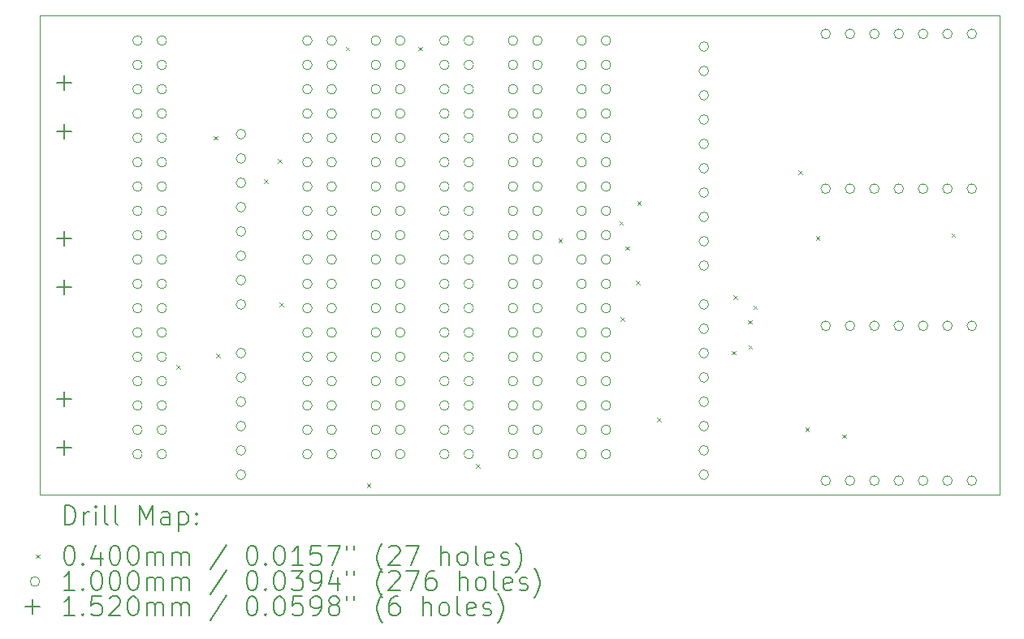
<source format=gbr>
%TF.GenerationSoftware,KiCad,Pcbnew,8.0.0-rc2-358-gd9abaa23a4*%
%TF.CreationDate,2024-02-08T22:48:53+01:00*%
%TF.ProjectId,xDuinoRail-Backplane-Arduino,78447569-6e6f-4526-9169-6c2d4261636b,rev?*%
%TF.SameCoordinates,Original*%
%TF.FileFunction,Drillmap*%
%TF.FilePolarity,Positive*%
%FSLAX45Y45*%
G04 Gerber Fmt 4.5, Leading zero omitted, Abs format (unit mm)*
G04 Created by KiCad (PCBNEW 8.0.0-rc2-358-gd9abaa23a4) date 2024-02-08 22:48:53*
%MOMM*%
%LPD*%
G01*
G04 APERTURE LIST*
%ADD10C,0.100000*%
%ADD11C,0.200000*%
%ADD12C,0.152000*%
G04 APERTURE END LIST*
D10*
X12828625Y-6025710D02*
X22828625Y-6025710D01*
X22828625Y-11025710D01*
X12828625Y-11025710D01*
X12828625Y-6025710D01*
D11*
D10*
X14248740Y-9677220D02*
X14288740Y-9717220D01*
X14288740Y-9677220D02*
X14248740Y-9717220D01*
X14635820Y-7283340D02*
X14675820Y-7323340D01*
X14675820Y-7283340D02*
X14635820Y-7323340D01*
X14661540Y-9554290D02*
X14701540Y-9594290D01*
X14701540Y-9554290D02*
X14661540Y-9594290D01*
X15165510Y-7738070D02*
X15205510Y-7778070D01*
X15205510Y-7738070D02*
X15165510Y-7778070D01*
X15307110Y-7526530D02*
X15347110Y-7566530D01*
X15347110Y-7526530D02*
X15307110Y-7566530D01*
X15322700Y-9025170D02*
X15362700Y-9065170D01*
X15362700Y-9025170D02*
X15322700Y-9065170D01*
X16013690Y-6351060D02*
X16053690Y-6391060D01*
X16053690Y-6351060D02*
X16013690Y-6391060D01*
X16234480Y-10912350D02*
X16274480Y-10952350D01*
X16274480Y-10912350D02*
X16234480Y-10952350D01*
X16768510Y-6350970D02*
X16808510Y-6390970D01*
X16808510Y-6350970D02*
X16768510Y-6390970D01*
X17372910Y-10709760D02*
X17412910Y-10749760D01*
X17412910Y-10709760D02*
X17372910Y-10749760D01*
X18230760Y-8351700D02*
X18270760Y-8391700D01*
X18270760Y-8351700D02*
X18230760Y-8391700D01*
X18866140Y-8171500D02*
X18906140Y-8211500D01*
X18906140Y-8171500D02*
X18866140Y-8211500D01*
X18882440Y-9176620D02*
X18922440Y-9216620D01*
X18922440Y-9176620D02*
X18882440Y-9216620D01*
X18932320Y-8433740D02*
X18972320Y-8473740D01*
X18972320Y-8433740D02*
X18932320Y-8473740D01*
X19041820Y-8794680D02*
X19081820Y-8834680D01*
X19081820Y-8794680D02*
X19041820Y-8834680D01*
X19053030Y-7967100D02*
X19093030Y-8007100D01*
X19093030Y-7967100D02*
X19053030Y-8007100D01*
X19260500Y-10227580D02*
X19300500Y-10267580D01*
X19300500Y-10227580D02*
X19260500Y-10267580D01*
X20038560Y-9526570D02*
X20078560Y-9566570D01*
X20078560Y-9526570D02*
X20038560Y-9566570D01*
X20053900Y-8947900D02*
X20093900Y-8987900D01*
X20093900Y-8947900D02*
X20053900Y-8987900D01*
X20207400Y-9204710D02*
X20247400Y-9244710D01*
X20247400Y-9204710D02*
X20207400Y-9244710D01*
X20212960Y-9467170D02*
X20252960Y-9507170D01*
X20252960Y-9467170D02*
X20212960Y-9507170D01*
X20264810Y-9053310D02*
X20304810Y-9093310D01*
X20304810Y-9053310D02*
X20264810Y-9093310D01*
X20734070Y-7645460D02*
X20774070Y-7685460D01*
X20774070Y-7645460D02*
X20734070Y-7685460D01*
X20805880Y-10329290D02*
X20845880Y-10369290D01*
X20845880Y-10329290D02*
X20805880Y-10369290D01*
X20914880Y-8327290D02*
X20954880Y-8367290D01*
X20954880Y-8327290D02*
X20914880Y-8367290D01*
X21191280Y-10398820D02*
X21231280Y-10438820D01*
X21231280Y-10398820D02*
X21191280Y-10438820D01*
X22330170Y-8298780D02*
X22370170Y-8338780D01*
X22370170Y-8298780D02*
X22330170Y-8338780D01*
X13893000Y-6286500D02*
G75*
G02*
X13793000Y-6286500I-50000J0D01*
G01*
X13793000Y-6286500D02*
G75*
G02*
X13893000Y-6286500I50000J0D01*
G01*
X13893000Y-6540500D02*
G75*
G02*
X13793000Y-6540500I-50000J0D01*
G01*
X13793000Y-6540500D02*
G75*
G02*
X13893000Y-6540500I50000J0D01*
G01*
X13893000Y-6794500D02*
G75*
G02*
X13793000Y-6794500I-50000J0D01*
G01*
X13793000Y-6794500D02*
G75*
G02*
X13893000Y-6794500I50000J0D01*
G01*
X13893000Y-7048500D02*
G75*
G02*
X13793000Y-7048500I-50000J0D01*
G01*
X13793000Y-7048500D02*
G75*
G02*
X13893000Y-7048500I50000J0D01*
G01*
X13893000Y-7302500D02*
G75*
G02*
X13793000Y-7302500I-50000J0D01*
G01*
X13793000Y-7302500D02*
G75*
G02*
X13893000Y-7302500I50000J0D01*
G01*
X13893000Y-7556500D02*
G75*
G02*
X13793000Y-7556500I-50000J0D01*
G01*
X13793000Y-7556500D02*
G75*
G02*
X13893000Y-7556500I50000J0D01*
G01*
X13893000Y-7810500D02*
G75*
G02*
X13793000Y-7810500I-50000J0D01*
G01*
X13793000Y-7810500D02*
G75*
G02*
X13893000Y-7810500I50000J0D01*
G01*
X13893000Y-8064500D02*
G75*
G02*
X13793000Y-8064500I-50000J0D01*
G01*
X13793000Y-8064500D02*
G75*
G02*
X13893000Y-8064500I50000J0D01*
G01*
X13893000Y-8318500D02*
G75*
G02*
X13793000Y-8318500I-50000J0D01*
G01*
X13793000Y-8318500D02*
G75*
G02*
X13893000Y-8318500I50000J0D01*
G01*
X13893000Y-8572500D02*
G75*
G02*
X13793000Y-8572500I-50000J0D01*
G01*
X13793000Y-8572500D02*
G75*
G02*
X13893000Y-8572500I50000J0D01*
G01*
X13893000Y-8826500D02*
G75*
G02*
X13793000Y-8826500I-50000J0D01*
G01*
X13793000Y-8826500D02*
G75*
G02*
X13893000Y-8826500I50000J0D01*
G01*
X13893000Y-9080500D02*
G75*
G02*
X13793000Y-9080500I-50000J0D01*
G01*
X13793000Y-9080500D02*
G75*
G02*
X13893000Y-9080500I50000J0D01*
G01*
X13893000Y-9334500D02*
G75*
G02*
X13793000Y-9334500I-50000J0D01*
G01*
X13793000Y-9334500D02*
G75*
G02*
X13893000Y-9334500I50000J0D01*
G01*
X13893000Y-9588500D02*
G75*
G02*
X13793000Y-9588500I-50000J0D01*
G01*
X13793000Y-9588500D02*
G75*
G02*
X13893000Y-9588500I50000J0D01*
G01*
X13893000Y-9842500D02*
G75*
G02*
X13793000Y-9842500I-50000J0D01*
G01*
X13793000Y-9842500D02*
G75*
G02*
X13893000Y-9842500I50000J0D01*
G01*
X13893000Y-10096500D02*
G75*
G02*
X13793000Y-10096500I-50000J0D01*
G01*
X13793000Y-10096500D02*
G75*
G02*
X13893000Y-10096500I50000J0D01*
G01*
X13893000Y-10350500D02*
G75*
G02*
X13793000Y-10350500I-50000J0D01*
G01*
X13793000Y-10350500D02*
G75*
G02*
X13893000Y-10350500I50000J0D01*
G01*
X13893000Y-10604500D02*
G75*
G02*
X13793000Y-10604500I-50000J0D01*
G01*
X13793000Y-10604500D02*
G75*
G02*
X13893000Y-10604500I50000J0D01*
G01*
X14147000Y-6286500D02*
G75*
G02*
X14047000Y-6286500I-50000J0D01*
G01*
X14047000Y-6286500D02*
G75*
G02*
X14147000Y-6286500I50000J0D01*
G01*
X14147000Y-6540500D02*
G75*
G02*
X14047000Y-6540500I-50000J0D01*
G01*
X14047000Y-6540500D02*
G75*
G02*
X14147000Y-6540500I50000J0D01*
G01*
X14147000Y-6794500D02*
G75*
G02*
X14047000Y-6794500I-50000J0D01*
G01*
X14047000Y-6794500D02*
G75*
G02*
X14147000Y-6794500I50000J0D01*
G01*
X14147000Y-7048500D02*
G75*
G02*
X14047000Y-7048500I-50000J0D01*
G01*
X14047000Y-7048500D02*
G75*
G02*
X14147000Y-7048500I50000J0D01*
G01*
X14147000Y-7302500D02*
G75*
G02*
X14047000Y-7302500I-50000J0D01*
G01*
X14047000Y-7302500D02*
G75*
G02*
X14147000Y-7302500I50000J0D01*
G01*
X14147000Y-7556500D02*
G75*
G02*
X14047000Y-7556500I-50000J0D01*
G01*
X14047000Y-7556500D02*
G75*
G02*
X14147000Y-7556500I50000J0D01*
G01*
X14147000Y-7810500D02*
G75*
G02*
X14047000Y-7810500I-50000J0D01*
G01*
X14047000Y-7810500D02*
G75*
G02*
X14147000Y-7810500I50000J0D01*
G01*
X14147000Y-8064500D02*
G75*
G02*
X14047000Y-8064500I-50000J0D01*
G01*
X14047000Y-8064500D02*
G75*
G02*
X14147000Y-8064500I50000J0D01*
G01*
X14147000Y-8318500D02*
G75*
G02*
X14047000Y-8318500I-50000J0D01*
G01*
X14047000Y-8318500D02*
G75*
G02*
X14147000Y-8318500I50000J0D01*
G01*
X14147000Y-8572500D02*
G75*
G02*
X14047000Y-8572500I-50000J0D01*
G01*
X14047000Y-8572500D02*
G75*
G02*
X14147000Y-8572500I50000J0D01*
G01*
X14147000Y-8826500D02*
G75*
G02*
X14047000Y-8826500I-50000J0D01*
G01*
X14047000Y-8826500D02*
G75*
G02*
X14147000Y-8826500I50000J0D01*
G01*
X14147000Y-9080500D02*
G75*
G02*
X14047000Y-9080500I-50000J0D01*
G01*
X14047000Y-9080500D02*
G75*
G02*
X14147000Y-9080500I50000J0D01*
G01*
X14147000Y-9334500D02*
G75*
G02*
X14047000Y-9334500I-50000J0D01*
G01*
X14047000Y-9334500D02*
G75*
G02*
X14147000Y-9334500I50000J0D01*
G01*
X14147000Y-9588500D02*
G75*
G02*
X14047000Y-9588500I-50000J0D01*
G01*
X14047000Y-9588500D02*
G75*
G02*
X14147000Y-9588500I50000J0D01*
G01*
X14147000Y-9842500D02*
G75*
G02*
X14047000Y-9842500I-50000J0D01*
G01*
X14047000Y-9842500D02*
G75*
G02*
X14147000Y-9842500I50000J0D01*
G01*
X14147000Y-10096500D02*
G75*
G02*
X14047000Y-10096500I-50000J0D01*
G01*
X14047000Y-10096500D02*
G75*
G02*
X14147000Y-10096500I50000J0D01*
G01*
X14147000Y-10350500D02*
G75*
G02*
X14047000Y-10350500I-50000J0D01*
G01*
X14047000Y-10350500D02*
G75*
G02*
X14147000Y-10350500I50000J0D01*
G01*
X14147000Y-10604500D02*
G75*
G02*
X14047000Y-10604500I-50000J0D01*
G01*
X14047000Y-10604500D02*
G75*
G02*
X14147000Y-10604500I50000J0D01*
G01*
X14972500Y-7264000D02*
G75*
G02*
X14872500Y-7264000I-50000J0D01*
G01*
X14872500Y-7264000D02*
G75*
G02*
X14972500Y-7264000I50000J0D01*
G01*
X14972500Y-7518000D02*
G75*
G02*
X14872500Y-7518000I-50000J0D01*
G01*
X14872500Y-7518000D02*
G75*
G02*
X14972500Y-7518000I50000J0D01*
G01*
X14972500Y-7772000D02*
G75*
G02*
X14872500Y-7772000I-50000J0D01*
G01*
X14872500Y-7772000D02*
G75*
G02*
X14972500Y-7772000I50000J0D01*
G01*
X14972500Y-8026000D02*
G75*
G02*
X14872500Y-8026000I-50000J0D01*
G01*
X14872500Y-8026000D02*
G75*
G02*
X14972500Y-8026000I50000J0D01*
G01*
X14972500Y-8280000D02*
G75*
G02*
X14872500Y-8280000I-50000J0D01*
G01*
X14872500Y-8280000D02*
G75*
G02*
X14972500Y-8280000I50000J0D01*
G01*
X14972500Y-8534000D02*
G75*
G02*
X14872500Y-8534000I-50000J0D01*
G01*
X14872500Y-8534000D02*
G75*
G02*
X14972500Y-8534000I50000J0D01*
G01*
X14972500Y-8788000D02*
G75*
G02*
X14872500Y-8788000I-50000J0D01*
G01*
X14872500Y-8788000D02*
G75*
G02*
X14972500Y-8788000I50000J0D01*
G01*
X14972500Y-9042000D02*
G75*
G02*
X14872500Y-9042000I-50000J0D01*
G01*
X14872500Y-9042000D02*
G75*
G02*
X14972500Y-9042000I50000J0D01*
G01*
X14972500Y-9550000D02*
G75*
G02*
X14872500Y-9550000I-50000J0D01*
G01*
X14872500Y-9550000D02*
G75*
G02*
X14972500Y-9550000I50000J0D01*
G01*
X14972500Y-9804000D02*
G75*
G02*
X14872500Y-9804000I-50000J0D01*
G01*
X14872500Y-9804000D02*
G75*
G02*
X14972500Y-9804000I50000J0D01*
G01*
X14972500Y-10058000D02*
G75*
G02*
X14872500Y-10058000I-50000J0D01*
G01*
X14872500Y-10058000D02*
G75*
G02*
X14972500Y-10058000I50000J0D01*
G01*
X14972500Y-10312000D02*
G75*
G02*
X14872500Y-10312000I-50000J0D01*
G01*
X14872500Y-10312000D02*
G75*
G02*
X14972500Y-10312000I50000J0D01*
G01*
X14972500Y-10566000D02*
G75*
G02*
X14872500Y-10566000I-50000J0D01*
G01*
X14872500Y-10566000D02*
G75*
G02*
X14972500Y-10566000I50000J0D01*
G01*
X14972500Y-10820000D02*
G75*
G02*
X14872500Y-10820000I-50000J0D01*
G01*
X14872500Y-10820000D02*
G75*
G02*
X14972500Y-10820000I50000J0D01*
G01*
X15663330Y-6286500D02*
G75*
G02*
X15563330Y-6286500I-50000J0D01*
G01*
X15563330Y-6286500D02*
G75*
G02*
X15663330Y-6286500I50000J0D01*
G01*
X15663330Y-6540500D02*
G75*
G02*
X15563330Y-6540500I-50000J0D01*
G01*
X15563330Y-6540500D02*
G75*
G02*
X15663330Y-6540500I50000J0D01*
G01*
X15663330Y-6794500D02*
G75*
G02*
X15563330Y-6794500I-50000J0D01*
G01*
X15563330Y-6794500D02*
G75*
G02*
X15663330Y-6794500I50000J0D01*
G01*
X15663330Y-7048500D02*
G75*
G02*
X15563330Y-7048500I-50000J0D01*
G01*
X15563330Y-7048500D02*
G75*
G02*
X15663330Y-7048500I50000J0D01*
G01*
X15663330Y-7302500D02*
G75*
G02*
X15563330Y-7302500I-50000J0D01*
G01*
X15563330Y-7302500D02*
G75*
G02*
X15663330Y-7302500I50000J0D01*
G01*
X15663330Y-7556500D02*
G75*
G02*
X15563330Y-7556500I-50000J0D01*
G01*
X15563330Y-7556500D02*
G75*
G02*
X15663330Y-7556500I50000J0D01*
G01*
X15663330Y-7810500D02*
G75*
G02*
X15563330Y-7810500I-50000J0D01*
G01*
X15563330Y-7810500D02*
G75*
G02*
X15663330Y-7810500I50000J0D01*
G01*
X15663330Y-8064500D02*
G75*
G02*
X15563330Y-8064500I-50000J0D01*
G01*
X15563330Y-8064500D02*
G75*
G02*
X15663330Y-8064500I50000J0D01*
G01*
X15663330Y-8318500D02*
G75*
G02*
X15563330Y-8318500I-50000J0D01*
G01*
X15563330Y-8318500D02*
G75*
G02*
X15663330Y-8318500I50000J0D01*
G01*
X15663330Y-8572500D02*
G75*
G02*
X15563330Y-8572500I-50000J0D01*
G01*
X15563330Y-8572500D02*
G75*
G02*
X15663330Y-8572500I50000J0D01*
G01*
X15663330Y-8826500D02*
G75*
G02*
X15563330Y-8826500I-50000J0D01*
G01*
X15563330Y-8826500D02*
G75*
G02*
X15663330Y-8826500I50000J0D01*
G01*
X15663330Y-9080500D02*
G75*
G02*
X15563330Y-9080500I-50000J0D01*
G01*
X15563330Y-9080500D02*
G75*
G02*
X15663330Y-9080500I50000J0D01*
G01*
X15663330Y-9334500D02*
G75*
G02*
X15563330Y-9334500I-50000J0D01*
G01*
X15563330Y-9334500D02*
G75*
G02*
X15663330Y-9334500I50000J0D01*
G01*
X15663330Y-9588500D02*
G75*
G02*
X15563330Y-9588500I-50000J0D01*
G01*
X15563330Y-9588500D02*
G75*
G02*
X15663330Y-9588500I50000J0D01*
G01*
X15663330Y-9842500D02*
G75*
G02*
X15563330Y-9842500I-50000J0D01*
G01*
X15563330Y-9842500D02*
G75*
G02*
X15663330Y-9842500I50000J0D01*
G01*
X15663330Y-10096500D02*
G75*
G02*
X15563330Y-10096500I-50000J0D01*
G01*
X15563330Y-10096500D02*
G75*
G02*
X15663330Y-10096500I50000J0D01*
G01*
X15663330Y-10350500D02*
G75*
G02*
X15563330Y-10350500I-50000J0D01*
G01*
X15563330Y-10350500D02*
G75*
G02*
X15663330Y-10350500I50000J0D01*
G01*
X15663330Y-10604500D02*
G75*
G02*
X15563330Y-10604500I-50000J0D01*
G01*
X15563330Y-10604500D02*
G75*
G02*
X15663330Y-10604500I50000J0D01*
G01*
X15917330Y-6286500D02*
G75*
G02*
X15817330Y-6286500I-50000J0D01*
G01*
X15817330Y-6286500D02*
G75*
G02*
X15917330Y-6286500I50000J0D01*
G01*
X15917330Y-6540500D02*
G75*
G02*
X15817330Y-6540500I-50000J0D01*
G01*
X15817330Y-6540500D02*
G75*
G02*
X15917330Y-6540500I50000J0D01*
G01*
X15917330Y-6794500D02*
G75*
G02*
X15817330Y-6794500I-50000J0D01*
G01*
X15817330Y-6794500D02*
G75*
G02*
X15917330Y-6794500I50000J0D01*
G01*
X15917330Y-7048500D02*
G75*
G02*
X15817330Y-7048500I-50000J0D01*
G01*
X15817330Y-7048500D02*
G75*
G02*
X15917330Y-7048500I50000J0D01*
G01*
X15917330Y-7302500D02*
G75*
G02*
X15817330Y-7302500I-50000J0D01*
G01*
X15817330Y-7302500D02*
G75*
G02*
X15917330Y-7302500I50000J0D01*
G01*
X15917330Y-7556500D02*
G75*
G02*
X15817330Y-7556500I-50000J0D01*
G01*
X15817330Y-7556500D02*
G75*
G02*
X15917330Y-7556500I50000J0D01*
G01*
X15917330Y-7810500D02*
G75*
G02*
X15817330Y-7810500I-50000J0D01*
G01*
X15817330Y-7810500D02*
G75*
G02*
X15917330Y-7810500I50000J0D01*
G01*
X15917330Y-8064500D02*
G75*
G02*
X15817330Y-8064500I-50000J0D01*
G01*
X15817330Y-8064500D02*
G75*
G02*
X15917330Y-8064500I50000J0D01*
G01*
X15917330Y-8318500D02*
G75*
G02*
X15817330Y-8318500I-50000J0D01*
G01*
X15817330Y-8318500D02*
G75*
G02*
X15917330Y-8318500I50000J0D01*
G01*
X15917330Y-8572500D02*
G75*
G02*
X15817330Y-8572500I-50000J0D01*
G01*
X15817330Y-8572500D02*
G75*
G02*
X15917330Y-8572500I50000J0D01*
G01*
X15917330Y-8826500D02*
G75*
G02*
X15817330Y-8826500I-50000J0D01*
G01*
X15817330Y-8826500D02*
G75*
G02*
X15917330Y-8826500I50000J0D01*
G01*
X15917330Y-9080500D02*
G75*
G02*
X15817330Y-9080500I-50000J0D01*
G01*
X15817330Y-9080500D02*
G75*
G02*
X15917330Y-9080500I50000J0D01*
G01*
X15917330Y-9334500D02*
G75*
G02*
X15817330Y-9334500I-50000J0D01*
G01*
X15817330Y-9334500D02*
G75*
G02*
X15917330Y-9334500I50000J0D01*
G01*
X15917330Y-9588500D02*
G75*
G02*
X15817330Y-9588500I-50000J0D01*
G01*
X15817330Y-9588500D02*
G75*
G02*
X15917330Y-9588500I50000J0D01*
G01*
X15917330Y-9842500D02*
G75*
G02*
X15817330Y-9842500I-50000J0D01*
G01*
X15817330Y-9842500D02*
G75*
G02*
X15917330Y-9842500I50000J0D01*
G01*
X15917330Y-10096500D02*
G75*
G02*
X15817330Y-10096500I-50000J0D01*
G01*
X15817330Y-10096500D02*
G75*
G02*
X15917330Y-10096500I50000J0D01*
G01*
X15917330Y-10350500D02*
G75*
G02*
X15817330Y-10350500I-50000J0D01*
G01*
X15817330Y-10350500D02*
G75*
G02*
X15917330Y-10350500I50000J0D01*
G01*
X15917330Y-10604500D02*
G75*
G02*
X15817330Y-10604500I-50000J0D01*
G01*
X15817330Y-10604500D02*
G75*
G02*
X15917330Y-10604500I50000J0D01*
G01*
X16378330Y-6286500D02*
G75*
G02*
X16278330Y-6286500I-50000J0D01*
G01*
X16278330Y-6286500D02*
G75*
G02*
X16378330Y-6286500I50000J0D01*
G01*
X16378330Y-6540500D02*
G75*
G02*
X16278330Y-6540500I-50000J0D01*
G01*
X16278330Y-6540500D02*
G75*
G02*
X16378330Y-6540500I50000J0D01*
G01*
X16378330Y-6794500D02*
G75*
G02*
X16278330Y-6794500I-50000J0D01*
G01*
X16278330Y-6794500D02*
G75*
G02*
X16378330Y-6794500I50000J0D01*
G01*
X16378330Y-7048500D02*
G75*
G02*
X16278330Y-7048500I-50000J0D01*
G01*
X16278330Y-7048500D02*
G75*
G02*
X16378330Y-7048500I50000J0D01*
G01*
X16378330Y-7302500D02*
G75*
G02*
X16278330Y-7302500I-50000J0D01*
G01*
X16278330Y-7302500D02*
G75*
G02*
X16378330Y-7302500I50000J0D01*
G01*
X16378330Y-7556500D02*
G75*
G02*
X16278330Y-7556500I-50000J0D01*
G01*
X16278330Y-7556500D02*
G75*
G02*
X16378330Y-7556500I50000J0D01*
G01*
X16378330Y-7810500D02*
G75*
G02*
X16278330Y-7810500I-50000J0D01*
G01*
X16278330Y-7810500D02*
G75*
G02*
X16378330Y-7810500I50000J0D01*
G01*
X16378330Y-8064500D02*
G75*
G02*
X16278330Y-8064500I-50000J0D01*
G01*
X16278330Y-8064500D02*
G75*
G02*
X16378330Y-8064500I50000J0D01*
G01*
X16378330Y-8318500D02*
G75*
G02*
X16278330Y-8318500I-50000J0D01*
G01*
X16278330Y-8318500D02*
G75*
G02*
X16378330Y-8318500I50000J0D01*
G01*
X16378330Y-8572500D02*
G75*
G02*
X16278330Y-8572500I-50000J0D01*
G01*
X16278330Y-8572500D02*
G75*
G02*
X16378330Y-8572500I50000J0D01*
G01*
X16378330Y-8826500D02*
G75*
G02*
X16278330Y-8826500I-50000J0D01*
G01*
X16278330Y-8826500D02*
G75*
G02*
X16378330Y-8826500I50000J0D01*
G01*
X16378330Y-9080500D02*
G75*
G02*
X16278330Y-9080500I-50000J0D01*
G01*
X16278330Y-9080500D02*
G75*
G02*
X16378330Y-9080500I50000J0D01*
G01*
X16378330Y-9334500D02*
G75*
G02*
X16278330Y-9334500I-50000J0D01*
G01*
X16278330Y-9334500D02*
G75*
G02*
X16378330Y-9334500I50000J0D01*
G01*
X16378330Y-9588500D02*
G75*
G02*
X16278330Y-9588500I-50000J0D01*
G01*
X16278330Y-9588500D02*
G75*
G02*
X16378330Y-9588500I50000J0D01*
G01*
X16378330Y-9842500D02*
G75*
G02*
X16278330Y-9842500I-50000J0D01*
G01*
X16278330Y-9842500D02*
G75*
G02*
X16378330Y-9842500I50000J0D01*
G01*
X16378330Y-10096500D02*
G75*
G02*
X16278330Y-10096500I-50000J0D01*
G01*
X16278330Y-10096500D02*
G75*
G02*
X16378330Y-10096500I50000J0D01*
G01*
X16378330Y-10350500D02*
G75*
G02*
X16278330Y-10350500I-50000J0D01*
G01*
X16278330Y-10350500D02*
G75*
G02*
X16378330Y-10350500I50000J0D01*
G01*
X16378330Y-10604500D02*
G75*
G02*
X16278330Y-10604500I-50000J0D01*
G01*
X16278330Y-10604500D02*
G75*
G02*
X16378330Y-10604500I50000J0D01*
G01*
X16632330Y-6286500D02*
G75*
G02*
X16532330Y-6286500I-50000J0D01*
G01*
X16532330Y-6286500D02*
G75*
G02*
X16632330Y-6286500I50000J0D01*
G01*
X16632330Y-6540500D02*
G75*
G02*
X16532330Y-6540500I-50000J0D01*
G01*
X16532330Y-6540500D02*
G75*
G02*
X16632330Y-6540500I50000J0D01*
G01*
X16632330Y-6794500D02*
G75*
G02*
X16532330Y-6794500I-50000J0D01*
G01*
X16532330Y-6794500D02*
G75*
G02*
X16632330Y-6794500I50000J0D01*
G01*
X16632330Y-7048500D02*
G75*
G02*
X16532330Y-7048500I-50000J0D01*
G01*
X16532330Y-7048500D02*
G75*
G02*
X16632330Y-7048500I50000J0D01*
G01*
X16632330Y-7302500D02*
G75*
G02*
X16532330Y-7302500I-50000J0D01*
G01*
X16532330Y-7302500D02*
G75*
G02*
X16632330Y-7302500I50000J0D01*
G01*
X16632330Y-7556500D02*
G75*
G02*
X16532330Y-7556500I-50000J0D01*
G01*
X16532330Y-7556500D02*
G75*
G02*
X16632330Y-7556500I50000J0D01*
G01*
X16632330Y-7810500D02*
G75*
G02*
X16532330Y-7810500I-50000J0D01*
G01*
X16532330Y-7810500D02*
G75*
G02*
X16632330Y-7810500I50000J0D01*
G01*
X16632330Y-8064500D02*
G75*
G02*
X16532330Y-8064500I-50000J0D01*
G01*
X16532330Y-8064500D02*
G75*
G02*
X16632330Y-8064500I50000J0D01*
G01*
X16632330Y-8318500D02*
G75*
G02*
X16532330Y-8318500I-50000J0D01*
G01*
X16532330Y-8318500D02*
G75*
G02*
X16632330Y-8318500I50000J0D01*
G01*
X16632330Y-8572500D02*
G75*
G02*
X16532330Y-8572500I-50000J0D01*
G01*
X16532330Y-8572500D02*
G75*
G02*
X16632330Y-8572500I50000J0D01*
G01*
X16632330Y-8826500D02*
G75*
G02*
X16532330Y-8826500I-50000J0D01*
G01*
X16532330Y-8826500D02*
G75*
G02*
X16632330Y-8826500I50000J0D01*
G01*
X16632330Y-9080500D02*
G75*
G02*
X16532330Y-9080500I-50000J0D01*
G01*
X16532330Y-9080500D02*
G75*
G02*
X16632330Y-9080500I50000J0D01*
G01*
X16632330Y-9334500D02*
G75*
G02*
X16532330Y-9334500I-50000J0D01*
G01*
X16532330Y-9334500D02*
G75*
G02*
X16632330Y-9334500I50000J0D01*
G01*
X16632330Y-9588500D02*
G75*
G02*
X16532330Y-9588500I-50000J0D01*
G01*
X16532330Y-9588500D02*
G75*
G02*
X16632330Y-9588500I50000J0D01*
G01*
X16632330Y-9842500D02*
G75*
G02*
X16532330Y-9842500I-50000J0D01*
G01*
X16532330Y-9842500D02*
G75*
G02*
X16632330Y-9842500I50000J0D01*
G01*
X16632330Y-10096500D02*
G75*
G02*
X16532330Y-10096500I-50000J0D01*
G01*
X16532330Y-10096500D02*
G75*
G02*
X16632330Y-10096500I50000J0D01*
G01*
X16632330Y-10350500D02*
G75*
G02*
X16532330Y-10350500I-50000J0D01*
G01*
X16532330Y-10350500D02*
G75*
G02*
X16632330Y-10350500I50000J0D01*
G01*
X16632330Y-10604500D02*
G75*
G02*
X16532330Y-10604500I-50000J0D01*
G01*
X16532330Y-10604500D02*
G75*
G02*
X16632330Y-10604500I50000J0D01*
G01*
X17093330Y-6286500D02*
G75*
G02*
X16993330Y-6286500I-50000J0D01*
G01*
X16993330Y-6286500D02*
G75*
G02*
X17093330Y-6286500I50000J0D01*
G01*
X17093330Y-6540500D02*
G75*
G02*
X16993330Y-6540500I-50000J0D01*
G01*
X16993330Y-6540500D02*
G75*
G02*
X17093330Y-6540500I50000J0D01*
G01*
X17093330Y-6794500D02*
G75*
G02*
X16993330Y-6794500I-50000J0D01*
G01*
X16993330Y-6794500D02*
G75*
G02*
X17093330Y-6794500I50000J0D01*
G01*
X17093330Y-7048500D02*
G75*
G02*
X16993330Y-7048500I-50000J0D01*
G01*
X16993330Y-7048500D02*
G75*
G02*
X17093330Y-7048500I50000J0D01*
G01*
X17093330Y-7302500D02*
G75*
G02*
X16993330Y-7302500I-50000J0D01*
G01*
X16993330Y-7302500D02*
G75*
G02*
X17093330Y-7302500I50000J0D01*
G01*
X17093330Y-7556500D02*
G75*
G02*
X16993330Y-7556500I-50000J0D01*
G01*
X16993330Y-7556500D02*
G75*
G02*
X17093330Y-7556500I50000J0D01*
G01*
X17093330Y-7810500D02*
G75*
G02*
X16993330Y-7810500I-50000J0D01*
G01*
X16993330Y-7810500D02*
G75*
G02*
X17093330Y-7810500I50000J0D01*
G01*
X17093330Y-8064500D02*
G75*
G02*
X16993330Y-8064500I-50000J0D01*
G01*
X16993330Y-8064500D02*
G75*
G02*
X17093330Y-8064500I50000J0D01*
G01*
X17093330Y-8318500D02*
G75*
G02*
X16993330Y-8318500I-50000J0D01*
G01*
X16993330Y-8318500D02*
G75*
G02*
X17093330Y-8318500I50000J0D01*
G01*
X17093330Y-8572500D02*
G75*
G02*
X16993330Y-8572500I-50000J0D01*
G01*
X16993330Y-8572500D02*
G75*
G02*
X17093330Y-8572500I50000J0D01*
G01*
X17093330Y-8826500D02*
G75*
G02*
X16993330Y-8826500I-50000J0D01*
G01*
X16993330Y-8826500D02*
G75*
G02*
X17093330Y-8826500I50000J0D01*
G01*
X17093330Y-9080500D02*
G75*
G02*
X16993330Y-9080500I-50000J0D01*
G01*
X16993330Y-9080500D02*
G75*
G02*
X17093330Y-9080500I50000J0D01*
G01*
X17093330Y-9334500D02*
G75*
G02*
X16993330Y-9334500I-50000J0D01*
G01*
X16993330Y-9334500D02*
G75*
G02*
X17093330Y-9334500I50000J0D01*
G01*
X17093330Y-9588500D02*
G75*
G02*
X16993330Y-9588500I-50000J0D01*
G01*
X16993330Y-9588500D02*
G75*
G02*
X17093330Y-9588500I50000J0D01*
G01*
X17093330Y-9842500D02*
G75*
G02*
X16993330Y-9842500I-50000J0D01*
G01*
X16993330Y-9842500D02*
G75*
G02*
X17093330Y-9842500I50000J0D01*
G01*
X17093330Y-10096500D02*
G75*
G02*
X16993330Y-10096500I-50000J0D01*
G01*
X16993330Y-10096500D02*
G75*
G02*
X17093330Y-10096500I50000J0D01*
G01*
X17093330Y-10350500D02*
G75*
G02*
X16993330Y-10350500I-50000J0D01*
G01*
X16993330Y-10350500D02*
G75*
G02*
X17093330Y-10350500I50000J0D01*
G01*
X17093330Y-10604500D02*
G75*
G02*
X16993330Y-10604500I-50000J0D01*
G01*
X16993330Y-10604500D02*
G75*
G02*
X17093330Y-10604500I50000J0D01*
G01*
X17347330Y-6286500D02*
G75*
G02*
X17247330Y-6286500I-50000J0D01*
G01*
X17247330Y-6286500D02*
G75*
G02*
X17347330Y-6286500I50000J0D01*
G01*
X17347330Y-6540500D02*
G75*
G02*
X17247330Y-6540500I-50000J0D01*
G01*
X17247330Y-6540500D02*
G75*
G02*
X17347330Y-6540500I50000J0D01*
G01*
X17347330Y-6794500D02*
G75*
G02*
X17247330Y-6794500I-50000J0D01*
G01*
X17247330Y-6794500D02*
G75*
G02*
X17347330Y-6794500I50000J0D01*
G01*
X17347330Y-7048500D02*
G75*
G02*
X17247330Y-7048500I-50000J0D01*
G01*
X17247330Y-7048500D02*
G75*
G02*
X17347330Y-7048500I50000J0D01*
G01*
X17347330Y-7302500D02*
G75*
G02*
X17247330Y-7302500I-50000J0D01*
G01*
X17247330Y-7302500D02*
G75*
G02*
X17347330Y-7302500I50000J0D01*
G01*
X17347330Y-7556500D02*
G75*
G02*
X17247330Y-7556500I-50000J0D01*
G01*
X17247330Y-7556500D02*
G75*
G02*
X17347330Y-7556500I50000J0D01*
G01*
X17347330Y-7810500D02*
G75*
G02*
X17247330Y-7810500I-50000J0D01*
G01*
X17247330Y-7810500D02*
G75*
G02*
X17347330Y-7810500I50000J0D01*
G01*
X17347330Y-8064500D02*
G75*
G02*
X17247330Y-8064500I-50000J0D01*
G01*
X17247330Y-8064500D02*
G75*
G02*
X17347330Y-8064500I50000J0D01*
G01*
X17347330Y-8318500D02*
G75*
G02*
X17247330Y-8318500I-50000J0D01*
G01*
X17247330Y-8318500D02*
G75*
G02*
X17347330Y-8318500I50000J0D01*
G01*
X17347330Y-8572500D02*
G75*
G02*
X17247330Y-8572500I-50000J0D01*
G01*
X17247330Y-8572500D02*
G75*
G02*
X17347330Y-8572500I50000J0D01*
G01*
X17347330Y-8826500D02*
G75*
G02*
X17247330Y-8826500I-50000J0D01*
G01*
X17247330Y-8826500D02*
G75*
G02*
X17347330Y-8826500I50000J0D01*
G01*
X17347330Y-9080500D02*
G75*
G02*
X17247330Y-9080500I-50000J0D01*
G01*
X17247330Y-9080500D02*
G75*
G02*
X17347330Y-9080500I50000J0D01*
G01*
X17347330Y-9334500D02*
G75*
G02*
X17247330Y-9334500I-50000J0D01*
G01*
X17247330Y-9334500D02*
G75*
G02*
X17347330Y-9334500I50000J0D01*
G01*
X17347330Y-9588500D02*
G75*
G02*
X17247330Y-9588500I-50000J0D01*
G01*
X17247330Y-9588500D02*
G75*
G02*
X17347330Y-9588500I50000J0D01*
G01*
X17347330Y-9842500D02*
G75*
G02*
X17247330Y-9842500I-50000J0D01*
G01*
X17247330Y-9842500D02*
G75*
G02*
X17347330Y-9842500I50000J0D01*
G01*
X17347330Y-10096500D02*
G75*
G02*
X17247330Y-10096500I-50000J0D01*
G01*
X17247330Y-10096500D02*
G75*
G02*
X17347330Y-10096500I50000J0D01*
G01*
X17347330Y-10350500D02*
G75*
G02*
X17247330Y-10350500I-50000J0D01*
G01*
X17247330Y-10350500D02*
G75*
G02*
X17347330Y-10350500I50000J0D01*
G01*
X17347330Y-10604500D02*
G75*
G02*
X17247330Y-10604500I-50000J0D01*
G01*
X17247330Y-10604500D02*
G75*
G02*
X17347330Y-10604500I50000J0D01*
G01*
X17808330Y-6286500D02*
G75*
G02*
X17708330Y-6286500I-50000J0D01*
G01*
X17708330Y-6286500D02*
G75*
G02*
X17808330Y-6286500I50000J0D01*
G01*
X17808330Y-6540500D02*
G75*
G02*
X17708330Y-6540500I-50000J0D01*
G01*
X17708330Y-6540500D02*
G75*
G02*
X17808330Y-6540500I50000J0D01*
G01*
X17808330Y-6794500D02*
G75*
G02*
X17708330Y-6794500I-50000J0D01*
G01*
X17708330Y-6794500D02*
G75*
G02*
X17808330Y-6794500I50000J0D01*
G01*
X17808330Y-7048500D02*
G75*
G02*
X17708330Y-7048500I-50000J0D01*
G01*
X17708330Y-7048500D02*
G75*
G02*
X17808330Y-7048500I50000J0D01*
G01*
X17808330Y-7302500D02*
G75*
G02*
X17708330Y-7302500I-50000J0D01*
G01*
X17708330Y-7302500D02*
G75*
G02*
X17808330Y-7302500I50000J0D01*
G01*
X17808330Y-7556500D02*
G75*
G02*
X17708330Y-7556500I-50000J0D01*
G01*
X17708330Y-7556500D02*
G75*
G02*
X17808330Y-7556500I50000J0D01*
G01*
X17808330Y-7810500D02*
G75*
G02*
X17708330Y-7810500I-50000J0D01*
G01*
X17708330Y-7810500D02*
G75*
G02*
X17808330Y-7810500I50000J0D01*
G01*
X17808330Y-8064500D02*
G75*
G02*
X17708330Y-8064500I-50000J0D01*
G01*
X17708330Y-8064500D02*
G75*
G02*
X17808330Y-8064500I50000J0D01*
G01*
X17808330Y-8318500D02*
G75*
G02*
X17708330Y-8318500I-50000J0D01*
G01*
X17708330Y-8318500D02*
G75*
G02*
X17808330Y-8318500I50000J0D01*
G01*
X17808330Y-8572500D02*
G75*
G02*
X17708330Y-8572500I-50000J0D01*
G01*
X17708330Y-8572500D02*
G75*
G02*
X17808330Y-8572500I50000J0D01*
G01*
X17808330Y-8826500D02*
G75*
G02*
X17708330Y-8826500I-50000J0D01*
G01*
X17708330Y-8826500D02*
G75*
G02*
X17808330Y-8826500I50000J0D01*
G01*
X17808330Y-9080500D02*
G75*
G02*
X17708330Y-9080500I-50000J0D01*
G01*
X17708330Y-9080500D02*
G75*
G02*
X17808330Y-9080500I50000J0D01*
G01*
X17808330Y-9334500D02*
G75*
G02*
X17708330Y-9334500I-50000J0D01*
G01*
X17708330Y-9334500D02*
G75*
G02*
X17808330Y-9334500I50000J0D01*
G01*
X17808330Y-9588500D02*
G75*
G02*
X17708330Y-9588500I-50000J0D01*
G01*
X17708330Y-9588500D02*
G75*
G02*
X17808330Y-9588500I50000J0D01*
G01*
X17808330Y-9842500D02*
G75*
G02*
X17708330Y-9842500I-50000J0D01*
G01*
X17708330Y-9842500D02*
G75*
G02*
X17808330Y-9842500I50000J0D01*
G01*
X17808330Y-10096500D02*
G75*
G02*
X17708330Y-10096500I-50000J0D01*
G01*
X17708330Y-10096500D02*
G75*
G02*
X17808330Y-10096500I50000J0D01*
G01*
X17808330Y-10350500D02*
G75*
G02*
X17708330Y-10350500I-50000J0D01*
G01*
X17708330Y-10350500D02*
G75*
G02*
X17808330Y-10350500I50000J0D01*
G01*
X17808330Y-10604500D02*
G75*
G02*
X17708330Y-10604500I-50000J0D01*
G01*
X17708330Y-10604500D02*
G75*
G02*
X17808330Y-10604500I50000J0D01*
G01*
X18062330Y-6286500D02*
G75*
G02*
X17962330Y-6286500I-50000J0D01*
G01*
X17962330Y-6286500D02*
G75*
G02*
X18062330Y-6286500I50000J0D01*
G01*
X18062330Y-6540500D02*
G75*
G02*
X17962330Y-6540500I-50000J0D01*
G01*
X17962330Y-6540500D02*
G75*
G02*
X18062330Y-6540500I50000J0D01*
G01*
X18062330Y-6794500D02*
G75*
G02*
X17962330Y-6794500I-50000J0D01*
G01*
X17962330Y-6794500D02*
G75*
G02*
X18062330Y-6794500I50000J0D01*
G01*
X18062330Y-7048500D02*
G75*
G02*
X17962330Y-7048500I-50000J0D01*
G01*
X17962330Y-7048500D02*
G75*
G02*
X18062330Y-7048500I50000J0D01*
G01*
X18062330Y-7302500D02*
G75*
G02*
X17962330Y-7302500I-50000J0D01*
G01*
X17962330Y-7302500D02*
G75*
G02*
X18062330Y-7302500I50000J0D01*
G01*
X18062330Y-7556500D02*
G75*
G02*
X17962330Y-7556500I-50000J0D01*
G01*
X17962330Y-7556500D02*
G75*
G02*
X18062330Y-7556500I50000J0D01*
G01*
X18062330Y-7810500D02*
G75*
G02*
X17962330Y-7810500I-50000J0D01*
G01*
X17962330Y-7810500D02*
G75*
G02*
X18062330Y-7810500I50000J0D01*
G01*
X18062330Y-8064500D02*
G75*
G02*
X17962330Y-8064500I-50000J0D01*
G01*
X17962330Y-8064500D02*
G75*
G02*
X18062330Y-8064500I50000J0D01*
G01*
X18062330Y-8318500D02*
G75*
G02*
X17962330Y-8318500I-50000J0D01*
G01*
X17962330Y-8318500D02*
G75*
G02*
X18062330Y-8318500I50000J0D01*
G01*
X18062330Y-8572500D02*
G75*
G02*
X17962330Y-8572500I-50000J0D01*
G01*
X17962330Y-8572500D02*
G75*
G02*
X18062330Y-8572500I50000J0D01*
G01*
X18062330Y-8826500D02*
G75*
G02*
X17962330Y-8826500I-50000J0D01*
G01*
X17962330Y-8826500D02*
G75*
G02*
X18062330Y-8826500I50000J0D01*
G01*
X18062330Y-9080500D02*
G75*
G02*
X17962330Y-9080500I-50000J0D01*
G01*
X17962330Y-9080500D02*
G75*
G02*
X18062330Y-9080500I50000J0D01*
G01*
X18062330Y-9334500D02*
G75*
G02*
X17962330Y-9334500I-50000J0D01*
G01*
X17962330Y-9334500D02*
G75*
G02*
X18062330Y-9334500I50000J0D01*
G01*
X18062330Y-9588500D02*
G75*
G02*
X17962330Y-9588500I-50000J0D01*
G01*
X17962330Y-9588500D02*
G75*
G02*
X18062330Y-9588500I50000J0D01*
G01*
X18062330Y-9842500D02*
G75*
G02*
X17962330Y-9842500I-50000J0D01*
G01*
X17962330Y-9842500D02*
G75*
G02*
X18062330Y-9842500I50000J0D01*
G01*
X18062330Y-10096500D02*
G75*
G02*
X17962330Y-10096500I-50000J0D01*
G01*
X17962330Y-10096500D02*
G75*
G02*
X18062330Y-10096500I50000J0D01*
G01*
X18062330Y-10350500D02*
G75*
G02*
X17962330Y-10350500I-50000J0D01*
G01*
X17962330Y-10350500D02*
G75*
G02*
X18062330Y-10350500I50000J0D01*
G01*
X18062330Y-10604500D02*
G75*
G02*
X17962330Y-10604500I-50000J0D01*
G01*
X17962330Y-10604500D02*
G75*
G02*
X18062330Y-10604500I50000J0D01*
G01*
X18523330Y-6286500D02*
G75*
G02*
X18423330Y-6286500I-50000J0D01*
G01*
X18423330Y-6286500D02*
G75*
G02*
X18523330Y-6286500I50000J0D01*
G01*
X18523330Y-6540500D02*
G75*
G02*
X18423330Y-6540500I-50000J0D01*
G01*
X18423330Y-6540500D02*
G75*
G02*
X18523330Y-6540500I50000J0D01*
G01*
X18523330Y-6794500D02*
G75*
G02*
X18423330Y-6794500I-50000J0D01*
G01*
X18423330Y-6794500D02*
G75*
G02*
X18523330Y-6794500I50000J0D01*
G01*
X18523330Y-7048500D02*
G75*
G02*
X18423330Y-7048500I-50000J0D01*
G01*
X18423330Y-7048500D02*
G75*
G02*
X18523330Y-7048500I50000J0D01*
G01*
X18523330Y-7302500D02*
G75*
G02*
X18423330Y-7302500I-50000J0D01*
G01*
X18423330Y-7302500D02*
G75*
G02*
X18523330Y-7302500I50000J0D01*
G01*
X18523330Y-7556500D02*
G75*
G02*
X18423330Y-7556500I-50000J0D01*
G01*
X18423330Y-7556500D02*
G75*
G02*
X18523330Y-7556500I50000J0D01*
G01*
X18523330Y-7810500D02*
G75*
G02*
X18423330Y-7810500I-50000J0D01*
G01*
X18423330Y-7810500D02*
G75*
G02*
X18523330Y-7810500I50000J0D01*
G01*
X18523330Y-8064500D02*
G75*
G02*
X18423330Y-8064500I-50000J0D01*
G01*
X18423330Y-8064500D02*
G75*
G02*
X18523330Y-8064500I50000J0D01*
G01*
X18523330Y-8318500D02*
G75*
G02*
X18423330Y-8318500I-50000J0D01*
G01*
X18423330Y-8318500D02*
G75*
G02*
X18523330Y-8318500I50000J0D01*
G01*
X18523330Y-8572500D02*
G75*
G02*
X18423330Y-8572500I-50000J0D01*
G01*
X18423330Y-8572500D02*
G75*
G02*
X18523330Y-8572500I50000J0D01*
G01*
X18523330Y-8826500D02*
G75*
G02*
X18423330Y-8826500I-50000J0D01*
G01*
X18423330Y-8826500D02*
G75*
G02*
X18523330Y-8826500I50000J0D01*
G01*
X18523330Y-9080500D02*
G75*
G02*
X18423330Y-9080500I-50000J0D01*
G01*
X18423330Y-9080500D02*
G75*
G02*
X18523330Y-9080500I50000J0D01*
G01*
X18523330Y-9334500D02*
G75*
G02*
X18423330Y-9334500I-50000J0D01*
G01*
X18423330Y-9334500D02*
G75*
G02*
X18523330Y-9334500I50000J0D01*
G01*
X18523330Y-9588500D02*
G75*
G02*
X18423330Y-9588500I-50000J0D01*
G01*
X18423330Y-9588500D02*
G75*
G02*
X18523330Y-9588500I50000J0D01*
G01*
X18523330Y-9842500D02*
G75*
G02*
X18423330Y-9842500I-50000J0D01*
G01*
X18423330Y-9842500D02*
G75*
G02*
X18523330Y-9842500I50000J0D01*
G01*
X18523330Y-10096500D02*
G75*
G02*
X18423330Y-10096500I-50000J0D01*
G01*
X18423330Y-10096500D02*
G75*
G02*
X18523330Y-10096500I50000J0D01*
G01*
X18523330Y-10350500D02*
G75*
G02*
X18423330Y-10350500I-50000J0D01*
G01*
X18423330Y-10350500D02*
G75*
G02*
X18523330Y-10350500I50000J0D01*
G01*
X18523330Y-10604500D02*
G75*
G02*
X18423330Y-10604500I-50000J0D01*
G01*
X18423330Y-10604500D02*
G75*
G02*
X18523330Y-10604500I50000J0D01*
G01*
X18777330Y-6286500D02*
G75*
G02*
X18677330Y-6286500I-50000J0D01*
G01*
X18677330Y-6286500D02*
G75*
G02*
X18777330Y-6286500I50000J0D01*
G01*
X18777330Y-6540500D02*
G75*
G02*
X18677330Y-6540500I-50000J0D01*
G01*
X18677330Y-6540500D02*
G75*
G02*
X18777330Y-6540500I50000J0D01*
G01*
X18777330Y-6794500D02*
G75*
G02*
X18677330Y-6794500I-50000J0D01*
G01*
X18677330Y-6794500D02*
G75*
G02*
X18777330Y-6794500I50000J0D01*
G01*
X18777330Y-7048500D02*
G75*
G02*
X18677330Y-7048500I-50000J0D01*
G01*
X18677330Y-7048500D02*
G75*
G02*
X18777330Y-7048500I50000J0D01*
G01*
X18777330Y-7302500D02*
G75*
G02*
X18677330Y-7302500I-50000J0D01*
G01*
X18677330Y-7302500D02*
G75*
G02*
X18777330Y-7302500I50000J0D01*
G01*
X18777330Y-7556500D02*
G75*
G02*
X18677330Y-7556500I-50000J0D01*
G01*
X18677330Y-7556500D02*
G75*
G02*
X18777330Y-7556500I50000J0D01*
G01*
X18777330Y-7810500D02*
G75*
G02*
X18677330Y-7810500I-50000J0D01*
G01*
X18677330Y-7810500D02*
G75*
G02*
X18777330Y-7810500I50000J0D01*
G01*
X18777330Y-8064500D02*
G75*
G02*
X18677330Y-8064500I-50000J0D01*
G01*
X18677330Y-8064500D02*
G75*
G02*
X18777330Y-8064500I50000J0D01*
G01*
X18777330Y-8318500D02*
G75*
G02*
X18677330Y-8318500I-50000J0D01*
G01*
X18677330Y-8318500D02*
G75*
G02*
X18777330Y-8318500I50000J0D01*
G01*
X18777330Y-8572500D02*
G75*
G02*
X18677330Y-8572500I-50000J0D01*
G01*
X18677330Y-8572500D02*
G75*
G02*
X18777330Y-8572500I50000J0D01*
G01*
X18777330Y-8826500D02*
G75*
G02*
X18677330Y-8826500I-50000J0D01*
G01*
X18677330Y-8826500D02*
G75*
G02*
X18777330Y-8826500I50000J0D01*
G01*
X18777330Y-9080500D02*
G75*
G02*
X18677330Y-9080500I-50000J0D01*
G01*
X18677330Y-9080500D02*
G75*
G02*
X18777330Y-9080500I50000J0D01*
G01*
X18777330Y-9334500D02*
G75*
G02*
X18677330Y-9334500I-50000J0D01*
G01*
X18677330Y-9334500D02*
G75*
G02*
X18777330Y-9334500I50000J0D01*
G01*
X18777330Y-9588500D02*
G75*
G02*
X18677330Y-9588500I-50000J0D01*
G01*
X18677330Y-9588500D02*
G75*
G02*
X18777330Y-9588500I50000J0D01*
G01*
X18777330Y-9842500D02*
G75*
G02*
X18677330Y-9842500I-50000J0D01*
G01*
X18677330Y-9842500D02*
G75*
G02*
X18777330Y-9842500I50000J0D01*
G01*
X18777330Y-10096500D02*
G75*
G02*
X18677330Y-10096500I-50000J0D01*
G01*
X18677330Y-10096500D02*
G75*
G02*
X18777330Y-10096500I50000J0D01*
G01*
X18777330Y-10350500D02*
G75*
G02*
X18677330Y-10350500I-50000J0D01*
G01*
X18677330Y-10350500D02*
G75*
G02*
X18777330Y-10350500I50000J0D01*
G01*
X18777330Y-10604500D02*
G75*
G02*
X18677330Y-10604500I-50000J0D01*
G01*
X18677330Y-10604500D02*
G75*
G02*
X18777330Y-10604500I50000J0D01*
G01*
X19798500Y-6350000D02*
G75*
G02*
X19698500Y-6350000I-50000J0D01*
G01*
X19698500Y-6350000D02*
G75*
G02*
X19798500Y-6350000I50000J0D01*
G01*
X19798500Y-6604000D02*
G75*
G02*
X19698500Y-6604000I-50000J0D01*
G01*
X19698500Y-6604000D02*
G75*
G02*
X19798500Y-6604000I50000J0D01*
G01*
X19798500Y-6858000D02*
G75*
G02*
X19698500Y-6858000I-50000J0D01*
G01*
X19698500Y-6858000D02*
G75*
G02*
X19798500Y-6858000I50000J0D01*
G01*
X19798500Y-7112000D02*
G75*
G02*
X19698500Y-7112000I-50000J0D01*
G01*
X19698500Y-7112000D02*
G75*
G02*
X19798500Y-7112000I50000J0D01*
G01*
X19798500Y-7366000D02*
G75*
G02*
X19698500Y-7366000I-50000J0D01*
G01*
X19698500Y-7366000D02*
G75*
G02*
X19798500Y-7366000I50000J0D01*
G01*
X19798500Y-7620000D02*
G75*
G02*
X19698500Y-7620000I-50000J0D01*
G01*
X19698500Y-7620000D02*
G75*
G02*
X19798500Y-7620000I50000J0D01*
G01*
X19798500Y-7874000D02*
G75*
G02*
X19698500Y-7874000I-50000J0D01*
G01*
X19698500Y-7874000D02*
G75*
G02*
X19798500Y-7874000I50000J0D01*
G01*
X19798500Y-8128000D02*
G75*
G02*
X19698500Y-8128000I-50000J0D01*
G01*
X19698500Y-8128000D02*
G75*
G02*
X19798500Y-8128000I50000J0D01*
G01*
X19798500Y-8382000D02*
G75*
G02*
X19698500Y-8382000I-50000J0D01*
G01*
X19698500Y-8382000D02*
G75*
G02*
X19798500Y-8382000I50000J0D01*
G01*
X19798500Y-8636000D02*
G75*
G02*
X19698500Y-8636000I-50000J0D01*
G01*
X19698500Y-8636000D02*
G75*
G02*
X19798500Y-8636000I50000J0D01*
G01*
X19798500Y-9042000D02*
G75*
G02*
X19698500Y-9042000I-50000J0D01*
G01*
X19698500Y-9042000D02*
G75*
G02*
X19798500Y-9042000I50000J0D01*
G01*
X19798500Y-9296000D02*
G75*
G02*
X19698500Y-9296000I-50000J0D01*
G01*
X19698500Y-9296000D02*
G75*
G02*
X19798500Y-9296000I50000J0D01*
G01*
X19798500Y-9550000D02*
G75*
G02*
X19698500Y-9550000I-50000J0D01*
G01*
X19698500Y-9550000D02*
G75*
G02*
X19798500Y-9550000I50000J0D01*
G01*
X19798500Y-9804000D02*
G75*
G02*
X19698500Y-9804000I-50000J0D01*
G01*
X19698500Y-9804000D02*
G75*
G02*
X19798500Y-9804000I50000J0D01*
G01*
X19798500Y-10058000D02*
G75*
G02*
X19698500Y-10058000I-50000J0D01*
G01*
X19698500Y-10058000D02*
G75*
G02*
X19798500Y-10058000I50000J0D01*
G01*
X19798500Y-10312000D02*
G75*
G02*
X19698500Y-10312000I-50000J0D01*
G01*
X19698500Y-10312000D02*
G75*
G02*
X19798500Y-10312000I50000J0D01*
G01*
X19798500Y-10566000D02*
G75*
G02*
X19698500Y-10566000I-50000J0D01*
G01*
X19698500Y-10566000D02*
G75*
G02*
X19798500Y-10566000I50000J0D01*
G01*
X19798500Y-10820000D02*
G75*
G02*
X19698500Y-10820000I-50000J0D01*
G01*
X19698500Y-10820000D02*
G75*
G02*
X19798500Y-10820000I50000J0D01*
G01*
X21068500Y-6216960D02*
G75*
G02*
X20968500Y-6216960I-50000J0D01*
G01*
X20968500Y-6216960D02*
G75*
G02*
X21068500Y-6216960I50000J0D01*
G01*
X21068500Y-7833460D02*
G75*
G02*
X20968500Y-7833460I-50000J0D01*
G01*
X20968500Y-7833460D02*
G75*
G02*
X21068500Y-7833460I50000J0D01*
G01*
X21068500Y-9264960D02*
G75*
G02*
X20968500Y-9264960I-50000J0D01*
G01*
X20968500Y-9264960D02*
G75*
G02*
X21068500Y-9264960I50000J0D01*
G01*
X21068500Y-10881460D02*
G75*
G02*
X20968500Y-10881460I-50000J0D01*
G01*
X20968500Y-10881460D02*
G75*
G02*
X21068500Y-10881460I50000J0D01*
G01*
X21322500Y-6216960D02*
G75*
G02*
X21222500Y-6216960I-50000J0D01*
G01*
X21222500Y-6216960D02*
G75*
G02*
X21322500Y-6216960I50000J0D01*
G01*
X21322500Y-7833460D02*
G75*
G02*
X21222500Y-7833460I-50000J0D01*
G01*
X21222500Y-7833460D02*
G75*
G02*
X21322500Y-7833460I50000J0D01*
G01*
X21322500Y-9264960D02*
G75*
G02*
X21222500Y-9264960I-50000J0D01*
G01*
X21222500Y-9264960D02*
G75*
G02*
X21322500Y-9264960I50000J0D01*
G01*
X21322500Y-10881460D02*
G75*
G02*
X21222500Y-10881460I-50000J0D01*
G01*
X21222500Y-10881460D02*
G75*
G02*
X21322500Y-10881460I50000J0D01*
G01*
X21576500Y-6216960D02*
G75*
G02*
X21476500Y-6216960I-50000J0D01*
G01*
X21476500Y-6216960D02*
G75*
G02*
X21576500Y-6216960I50000J0D01*
G01*
X21576500Y-7833460D02*
G75*
G02*
X21476500Y-7833460I-50000J0D01*
G01*
X21476500Y-7833460D02*
G75*
G02*
X21576500Y-7833460I50000J0D01*
G01*
X21576500Y-9264960D02*
G75*
G02*
X21476500Y-9264960I-50000J0D01*
G01*
X21476500Y-9264960D02*
G75*
G02*
X21576500Y-9264960I50000J0D01*
G01*
X21576500Y-10881460D02*
G75*
G02*
X21476500Y-10881460I-50000J0D01*
G01*
X21476500Y-10881460D02*
G75*
G02*
X21576500Y-10881460I50000J0D01*
G01*
X21830500Y-6216960D02*
G75*
G02*
X21730500Y-6216960I-50000J0D01*
G01*
X21730500Y-6216960D02*
G75*
G02*
X21830500Y-6216960I50000J0D01*
G01*
X21830500Y-7833460D02*
G75*
G02*
X21730500Y-7833460I-50000J0D01*
G01*
X21730500Y-7833460D02*
G75*
G02*
X21830500Y-7833460I50000J0D01*
G01*
X21830500Y-9264960D02*
G75*
G02*
X21730500Y-9264960I-50000J0D01*
G01*
X21730500Y-9264960D02*
G75*
G02*
X21830500Y-9264960I50000J0D01*
G01*
X21830500Y-10881460D02*
G75*
G02*
X21730500Y-10881460I-50000J0D01*
G01*
X21730500Y-10881460D02*
G75*
G02*
X21830500Y-10881460I50000J0D01*
G01*
X22084500Y-6216960D02*
G75*
G02*
X21984500Y-6216960I-50000J0D01*
G01*
X21984500Y-6216960D02*
G75*
G02*
X22084500Y-6216960I50000J0D01*
G01*
X22084500Y-7833460D02*
G75*
G02*
X21984500Y-7833460I-50000J0D01*
G01*
X21984500Y-7833460D02*
G75*
G02*
X22084500Y-7833460I50000J0D01*
G01*
X22084500Y-9264960D02*
G75*
G02*
X21984500Y-9264960I-50000J0D01*
G01*
X21984500Y-9264960D02*
G75*
G02*
X22084500Y-9264960I50000J0D01*
G01*
X22084500Y-10881460D02*
G75*
G02*
X21984500Y-10881460I-50000J0D01*
G01*
X21984500Y-10881460D02*
G75*
G02*
X22084500Y-10881460I50000J0D01*
G01*
X22338500Y-6216960D02*
G75*
G02*
X22238500Y-6216960I-50000J0D01*
G01*
X22238500Y-6216960D02*
G75*
G02*
X22338500Y-6216960I50000J0D01*
G01*
X22338500Y-7833460D02*
G75*
G02*
X22238500Y-7833460I-50000J0D01*
G01*
X22238500Y-7833460D02*
G75*
G02*
X22338500Y-7833460I50000J0D01*
G01*
X22338500Y-9264960D02*
G75*
G02*
X22238500Y-9264960I-50000J0D01*
G01*
X22238500Y-9264960D02*
G75*
G02*
X22338500Y-9264960I50000J0D01*
G01*
X22338500Y-10881460D02*
G75*
G02*
X22238500Y-10881460I-50000J0D01*
G01*
X22238500Y-10881460D02*
G75*
G02*
X22338500Y-10881460I50000J0D01*
G01*
X22592500Y-6216960D02*
G75*
G02*
X22492500Y-6216960I-50000J0D01*
G01*
X22492500Y-6216960D02*
G75*
G02*
X22592500Y-6216960I50000J0D01*
G01*
X22592500Y-7833460D02*
G75*
G02*
X22492500Y-7833460I-50000J0D01*
G01*
X22492500Y-7833460D02*
G75*
G02*
X22592500Y-7833460I50000J0D01*
G01*
X22592500Y-9264960D02*
G75*
G02*
X22492500Y-9264960I-50000J0D01*
G01*
X22492500Y-9264960D02*
G75*
G02*
X22592500Y-9264960I50000J0D01*
G01*
X22592500Y-10881460D02*
G75*
G02*
X22492500Y-10881460I-50000J0D01*
G01*
X22492500Y-10881460D02*
G75*
G02*
X22592500Y-10881460I50000J0D01*
G01*
D12*
X13081000Y-6655000D02*
X13081000Y-6807000D01*
X13005000Y-6731000D02*
X13157000Y-6731000D01*
X13081000Y-7163000D02*
X13081000Y-7315000D01*
X13005000Y-7239000D02*
X13157000Y-7239000D01*
X13081000Y-8274250D02*
X13081000Y-8426250D01*
X13005000Y-8350250D02*
X13157000Y-8350250D01*
X13081000Y-8782250D02*
X13081000Y-8934250D01*
X13005000Y-8858250D02*
X13157000Y-8858250D01*
X13081000Y-9957000D02*
X13081000Y-10109000D01*
X13005000Y-10033000D02*
X13157000Y-10033000D01*
X13081000Y-10465000D02*
X13081000Y-10617000D01*
X13005000Y-10541000D02*
X13157000Y-10541000D01*
D11*
X13084402Y-11342194D02*
X13084402Y-11142194D01*
X13084402Y-11142194D02*
X13132021Y-11142194D01*
X13132021Y-11142194D02*
X13160592Y-11151718D01*
X13160592Y-11151718D02*
X13179640Y-11170765D01*
X13179640Y-11170765D02*
X13189164Y-11189813D01*
X13189164Y-11189813D02*
X13198687Y-11227908D01*
X13198687Y-11227908D02*
X13198687Y-11256479D01*
X13198687Y-11256479D02*
X13189164Y-11294575D01*
X13189164Y-11294575D02*
X13179640Y-11313622D01*
X13179640Y-11313622D02*
X13160592Y-11332670D01*
X13160592Y-11332670D02*
X13132021Y-11342194D01*
X13132021Y-11342194D02*
X13084402Y-11342194D01*
X13284402Y-11342194D02*
X13284402Y-11208860D01*
X13284402Y-11246956D02*
X13293926Y-11227908D01*
X13293926Y-11227908D02*
X13303449Y-11218384D01*
X13303449Y-11218384D02*
X13322497Y-11208860D01*
X13322497Y-11208860D02*
X13341545Y-11208860D01*
X13408211Y-11342194D02*
X13408211Y-11208860D01*
X13408211Y-11142194D02*
X13398687Y-11151718D01*
X13398687Y-11151718D02*
X13408211Y-11161241D01*
X13408211Y-11161241D02*
X13417735Y-11151718D01*
X13417735Y-11151718D02*
X13408211Y-11142194D01*
X13408211Y-11142194D02*
X13408211Y-11161241D01*
X13532021Y-11342194D02*
X13512973Y-11332670D01*
X13512973Y-11332670D02*
X13503449Y-11313622D01*
X13503449Y-11313622D02*
X13503449Y-11142194D01*
X13636783Y-11342194D02*
X13617735Y-11332670D01*
X13617735Y-11332670D02*
X13608211Y-11313622D01*
X13608211Y-11313622D02*
X13608211Y-11142194D01*
X13865354Y-11342194D02*
X13865354Y-11142194D01*
X13865354Y-11142194D02*
X13932021Y-11285051D01*
X13932021Y-11285051D02*
X13998687Y-11142194D01*
X13998687Y-11142194D02*
X13998687Y-11342194D01*
X14179640Y-11342194D02*
X14179640Y-11237432D01*
X14179640Y-11237432D02*
X14170116Y-11218384D01*
X14170116Y-11218384D02*
X14151068Y-11208860D01*
X14151068Y-11208860D02*
X14112973Y-11208860D01*
X14112973Y-11208860D02*
X14093926Y-11218384D01*
X14179640Y-11332670D02*
X14160592Y-11342194D01*
X14160592Y-11342194D02*
X14112973Y-11342194D01*
X14112973Y-11342194D02*
X14093926Y-11332670D01*
X14093926Y-11332670D02*
X14084402Y-11313622D01*
X14084402Y-11313622D02*
X14084402Y-11294575D01*
X14084402Y-11294575D02*
X14093926Y-11275527D01*
X14093926Y-11275527D02*
X14112973Y-11266003D01*
X14112973Y-11266003D02*
X14160592Y-11266003D01*
X14160592Y-11266003D02*
X14179640Y-11256479D01*
X14274878Y-11208860D02*
X14274878Y-11408860D01*
X14274878Y-11218384D02*
X14293926Y-11208860D01*
X14293926Y-11208860D02*
X14332021Y-11208860D01*
X14332021Y-11208860D02*
X14351068Y-11218384D01*
X14351068Y-11218384D02*
X14360592Y-11227908D01*
X14360592Y-11227908D02*
X14370116Y-11246956D01*
X14370116Y-11246956D02*
X14370116Y-11304098D01*
X14370116Y-11304098D02*
X14360592Y-11323146D01*
X14360592Y-11323146D02*
X14351068Y-11332670D01*
X14351068Y-11332670D02*
X14332021Y-11342194D01*
X14332021Y-11342194D02*
X14293926Y-11342194D01*
X14293926Y-11342194D02*
X14274878Y-11332670D01*
X14455830Y-11323146D02*
X14465354Y-11332670D01*
X14465354Y-11332670D02*
X14455830Y-11342194D01*
X14455830Y-11342194D02*
X14446307Y-11332670D01*
X14446307Y-11332670D02*
X14455830Y-11323146D01*
X14455830Y-11323146D02*
X14455830Y-11342194D01*
X14455830Y-11218384D02*
X14465354Y-11227908D01*
X14465354Y-11227908D02*
X14455830Y-11237432D01*
X14455830Y-11237432D02*
X14446307Y-11227908D01*
X14446307Y-11227908D02*
X14455830Y-11218384D01*
X14455830Y-11218384D02*
X14455830Y-11237432D01*
D10*
X12783625Y-11650710D02*
X12823625Y-11690710D01*
X12823625Y-11650710D02*
X12783625Y-11690710D01*
D11*
X13122497Y-11562194D02*
X13141545Y-11562194D01*
X13141545Y-11562194D02*
X13160592Y-11571718D01*
X13160592Y-11571718D02*
X13170116Y-11581241D01*
X13170116Y-11581241D02*
X13179640Y-11600289D01*
X13179640Y-11600289D02*
X13189164Y-11638384D01*
X13189164Y-11638384D02*
X13189164Y-11686003D01*
X13189164Y-11686003D02*
X13179640Y-11724098D01*
X13179640Y-11724098D02*
X13170116Y-11743146D01*
X13170116Y-11743146D02*
X13160592Y-11752670D01*
X13160592Y-11752670D02*
X13141545Y-11762194D01*
X13141545Y-11762194D02*
X13122497Y-11762194D01*
X13122497Y-11762194D02*
X13103449Y-11752670D01*
X13103449Y-11752670D02*
X13093926Y-11743146D01*
X13093926Y-11743146D02*
X13084402Y-11724098D01*
X13084402Y-11724098D02*
X13074878Y-11686003D01*
X13074878Y-11686003D02*
X13074878Y-11638384D01*
X13074878Y-11638384D02*
X13084402Y-11600289D01*
X13084402Y-11600289D02*
X13093926Y-11581241D01*
X13093926Y-11581241D02*
X13103449Y-11571718D01*
X13103449Y-11571718D02*
X13122497Y-11562194D01*
X13274878Y-11743146D02*
X13284402Y-11752670D01*
X13284402Y-11752670D02*
X13274878Y-11762194D01*
X13274878Y-11762194D02*
X13265354Y-11752670D01*
X13265354Y-11752670D02*
X13274878Y-11743146D01*
X13274878Y-11743146D02*
X13274878Y-11762194D01*
X13455830Y-11628860D02*
X13455830Y-11762194D01*
X13408211Y-11552670D02*
X13360592Y-11695527D01*
X13360592Y-11695527D02*
X13484402Y-11695527D01*
X13598687Y-11562194D02*
X13617735Y-11562194D01*
X13617735Y-11562194D02*
X13636783Y-11571718D01*
X13636783Y-11571718D02*
X13646307Y-11581241D01*
X13646307Y-11581241D02*
X13655830Y-11600289D01*
X13655830Y-11600289D02*
X13665354Y-11638384D01*
X13665354Y-11638384D02*
X13665354Y-11686003D01*
X13665354Y-11686003D02*
X13655830Y-11724098D01*
X13655830Y-11724098D02*
X13646307Y-11743146D01*
X13646307Y-11743146D02*
X13636783Y-11752670D01*
X13636783Y-11752670D02*
X13617735Y-11762194D01*
X13617735Y-11762194D02*
X13598687Y-11762194D01*
X13598687Y-11762194D02*
X13579640Y-11752670D01*
X13579640Y-11752670D02*
X13570116Y-11743146D01*
X13570116Y-11743146D02*
X13560592Y-11724098D01*
X13560592Y-11724098D02*
X13551068Y-11686003D01*
X13551068Y-11686003D02*
X13551068Y-11638384D01*
X13551068Y-11638384D02*
X13560592Y-11600289D01*
X13560592Y-11600289D02*
X13570116Y-11581241D01*
X13570116Y-11581241D02*
X13579640Y-11571718D01*
X13579640Y-11571718D02*
X13598687Y-11562194D01*
X13789164Y-11562194D02*
X13808211Y-11562194D01*
X13808211Y-11562194D02*
X13827259Y-11571718D01*
X13827259Y-11571718D02*
X13836783Y-11581241D01*
X13836783Y-11581241D02*
X13846307Y-11600289D01*
X13846307Y-11600289D02*
X13855830Y-11638384D01*
X13855830Y-11638384D02*
X13855830Y-11686003D01*
X13855830Y-11686003D02*
X13846307Y-11724098D01*
X13846307Y-11724098D02*
X13836783Y-11743146D01*
X13836783Y-11743146D02*
X13827259Y-11752670D01*
X13827259Y-11752670D02*
X13808211Y-11762194D01*
X13808211Y-11762194D02*
X13789164Y-11762194D01*
X13789164Y-11762194D02*
X13770116Y-11752670D01*
X13770116Y-11752670D02*
X13760592Y-11743146D01*
X13760592Y-11743146D02*
X13751068Y-11724098D01*
X13751068Y-11724098D02*
X13741545Y-11686003D01*
X13741545Y-11686003D02*
X13741545Y-11638384D01*
X13741545Y-11638384D02*
X13751068Y-11600289D01*
X13751068Y-11600289D02*
X13760592Y-11581241D01*
X13760592Y-11581241D02*
X13770116Y-11571718D01*
X13770116Y-11571718D02*
X13789164Y-11562194D01*
X13941545Y-11762194D02*
X13941545Y-11628860D01*
X13941545Y-11647908D02*
X13951068Y-11638384D01*
X13951068Y-11638384D02*
X13970116Y-11628860D01*
X13970116Y-11628860D02*
X13998688Y-11628860D01*
X13998688Y-11628860D02*
X14017735Y-11638384D01*
X14017735Y-11638384D02*
X14027259Y-11657432D01*
X14027259Y-11657432D02*
X14027259Y-11762194D01*
X14027259Y-11657432D02*
X14036783Y-11638384D01*
X14036783Y-11638384D02*
X14055830Y-11628860D01*
X14055830Y-11628860D02*
X14084402Y-11628860D01*
X14084402Y-11628860D02*
X14103449Y-11638384D01*
X14103449Y-11638384D02*
X14112973Y-11657432D01*
X14112973Y-11657432D02*
X14112973Y-11762194D01*
X14208211Y-11762194D02*
X14208211Y-11628860D01*
X14208211Y-11647908D02*
X14217735Y-11638384D01*
X14217735Y-11638384D02*
X14236783Y-11628860D01*
X14236783Y-11628860D02*
X14265354Y-11628860D01*
X14265354Y-11628860D02*
X14284402Y-11638384D01*
X14284402Y-11638384D02*
X14293926Y-11657432D01*
X14293926Y-11657432D02*
X14293926Y-11762194D01*
X14293926Y-11657432D02*
X14303449Y-11638384D01*
X14303449Y-11638384D02*
X14322497Y-11628860D01*
X14322497Y-11628860D02*
X14351068Y-11628860D01*
X14351068Y-11628860D02*
X14370116Y-11638384D01*
X14370116Y-11638384D02*
X14379640Y-11657432D01*
X14379640Y-11657432D02*
X14379640Y-11762194D01*
X14770116Y-11552670D02*
X14598688Y-11809813D01*
X15027259Y-11562194D02*
X15046307Y-11562194D01*
X15046307Y-11562194D02*
X15065354Y-11571718D01*
X15065354Y-11571718D02*
X15074878Y-11581241D01*
X15074878Y-11581241D02*
X15084402Y-11600289D01*
X15084402Y-11600289D02*
X15093926Y-11638384D01*
X15093926Y-11638384D02*
X15093926Y-11686003D01*
X15093926Y-11686003D02*
X15084402Y-11724098D01*
X15084402Y-11724098D02*
X15074878Y-11743146D01*
X15074878Y-11743146D02*
X15065354Y-11752670D01*
X15065354Y-11752670D02*
X15046307Y-11762194D01*
X15046307Y-11762194D02*
X15027259Y-11762194D01*
X15027259Y-11762194D02*
X15008211Y-11752670D01*
X15008211Y-11752670D02*
X14998688Y-11743146D01*
X14998688Y-11743146D02*
X14989164Y-11724098D01*
X14989164Y-11724098D02*
X14979640Y-11686003D01*
X14979640Y-11686003D02*
X14979640Y-11638384D01*
X14979640Y-11638384D02*
X14989164Y-11600289D01*
X14989164Y-11600289D02*
X14998688Y-11581241D01*
X14998688Y-11581241D02*
X15008211Y-11571718D01*
X15008211Y-11571718D02*
X15027259Y-11562194D01*
X15179640Y-11743146D02*
X15189164Y-11752670D01*
X15189164Y-11752670D02*
X15179640Y-11762194D01*
X15179640Y-11762194D02*
X15170116Y-11752670D01*
X15170116Y-11752670D02*
X15179640Y-11743146D01*
X15179640Y-11743146D02*
X15179640Y-11762194D01*
X15312973Y-11562194D02*
X15332021Y-11562194D01*
X15332021Y-11562194D02*
X15351069Y-11571718D01*
X15351069Y-11571718D02*
X15360592Y-11581241D01*
X15360592Y-11581241D02*
X15370116Y-11600289D01*
X15370116Y-11600289D02*
X15379640Y-11638384D01*
X15379640Y-11638384D02*
X15379640Y-11686003D01*
X15379640Y-11686003D02*
X15370116Y-11724098D01*
X15370116Y-11724098D02*
X15360592Y-11743146D01*
X15360592Y-11743146D02*
X15351069Y-11752670D01*
X15351069Y-11752670D02*
X15332021Y-11762194D01*
X15332021Y-11762194D02*
X15312973Y-11762194D01*
X15312973Y-11762194D02*
X15293926Y-11752670D01*
X15293926Y-11752670D02*
X15284402Y-11743146D01*
X15284402Y-11743146D02*
X15274878Y-11724098D01*
X15274878Y-11724098D02*
X15265354Y-11686003D01*
X15265354Y-11686003D02*
X15265354Y-11638384D01*
X15265354Y-11638384D02*
X15274878Y-11600289D01*
X15274878Y-11600289D02*
X15284402Y-11581241D01*
X15284402Y-11581241D02*
X15293926Y-11571718D01*
X15293926Y-11571718D02*
X15312973Y-11562194D01*
X15570116Y-11762194D02*
X15455831Y-11762194D01*
X15512973Y-11762194D02*
X15512973Y-11562194D01*
X15512973Y-11562194D02*
X15493926Y-11590765D01*
X15493926Y-11590765D02*
X15474878Y-11609813D01*
X15474878Y-11609813D02*
X15455831Y-11619337D01*
X15751069Y-11562194D02*
X15655831Y-11562194D01*
X15655831Y-11562194D02*
X15646307Y-11657432D01*
X15646307Y-11657432D02*
X15655831Y-11647908D01*
X15655831Y-11647908D02*
X15674878Y-11638384D01*
X15674878Y-11638384D02*
X15722497Y-11638384D01*
X15722497Y-11638384D02*
X15741545Y-11647908D01*
X15741545Y-11647908D02*
X15751069Y-11657432D01*
X15751069Y-11657432D02*
X15760592Y-11676479D01*
X15760592Y-11676479D02*
X15760592Y-11724098D01*
X15760592Y-11724098D02*
X15751069Y-11743146D01*
X15751069Y-11743146D02*
X15741545Y-11752670D01*
X15741545Y-11752670D02*
X15722497Y-11762194D01*
X15722497Y-11762194D02*
X15674878Y-11762194D01*
X15674878Y-11762194D02*
X15655831Y-11752670D01*
X15655831Y-11752670D02*
X15646307Y-11743146D01*
X15827259Y-11562194D02*
X15960592Y-11562194D01*
X15960592Y-11562194D02*
X15874878Y-11762194D01*
X16027259Y-11562194D02*
X16027259Y-11600289D01*
X16103450Y-11562194D02*
X16103450Y-11600289D01*
X16398688Y-11838384D02*
X16389164Y-11828860D01*
X16389164Y-11828860D02*
X16370116Y-11800289D01*
X16370116Y-11800289D02*
X16360593Y-11781241D01*
X16360593Y-11781241D02*
X16351069Y-11752670D01*
X16351069Y-11752670D02*
X16341545Y-11705051D01*
X16341545Y-11705051D02*
X16341545Y-11666956D01*
X16341545Y-11666956D02*
X16351069Y-11619337D01*
X16351069Y-11619337D02*
X16360593Y-11590765D01*
X16360593Y-11590765D02*
X16370116Y-11571718D01*
X16370116Y-11571718D02*
X16389164Y-11543146D01*
X16389164Y-11543146D02*
X16398688Y-11533622D01*
X16465354Y-11581241D02*
X16474878Y-11571718D01*
X16474878Y-11571718D02*
X16493926Y-11562194D01*
X16493926Y-11562194D02*
X16541545Y-11562194D01*
X16541545Y-11562194D02*
X16560593Y-11571718D01*
X16560593Y-11571718D02*
X16570116Y-11581241D01*
X16570116Y-11581241D02*
X16579640Y-11600289D01*
X16579640Y-11600289D02*
X16579640Y-11619337D01*
X16579640Y-11619337D02*
X16570116Y-11647908D01*
X16570116Y-11647908D02*
X16455831Y-11762194D01*
X16455831Y-11762194D02*
X16579640Y-11762194D01*
X16646307Y-11562194D02*
X16779640Y-11562194D01*
X16779640Y-11562194D02*
X16693926Y-11762194D01*
X17008212Y-11762194D02*
X17008212Y-11562194D01*
X17093926Y-11762194D02*
X17093926Y-11657432D01*
X17093926Y-11657432D02*
X17084402Y-11638384D01*
X17084402Y-11638384D02*
X17065355Y-11628860D01*
X17065355Y-11628860D02*
X17036783Y-11628860D01*
X17036783Y-11628860D02*
X17017736Y-11638384D01*
X17017736Y-11638384D02*
X17008212Y-11647908D01*
X17217736Y-11762194D02*
X17198688Y-11752670D01*
X17198688Y-11752670D02*
X17189164Y-11743146D01*
X17189164Y-11743146D02*
X17179640Y-11724098D01*
X17179640Y-11724098D02*
X17179640Y-11666956D01*
X17179640Y-11666956D02*
X17189164Y-11647908D01*
X17189164Y-11647908D02*
X17198688Y-11638384D01*
X17198688Y-11638384D02*
X17217736Y-11628860D01*
X17217736Y-11628860D02*
X17246307Y-11628860D01*
X17246307Y-11628860D02*
X17265355Y-11638384D01*
X17265355Y-11638384D02*
X17274878Y-11647908D01*
X17274878Y-11647908D02*
X17284402Y-11666956D01*
X17284402Y-11666956D02*
X17284402Y-11724098D01*
X17284402Y-11724098D02*
X17274878Y-11743146D01*
X17274878Y-11743146D02*
X17265355Y-11752670D01*
X17265355Y-11752670D02*
X17246307Y-11762194D01*
X17246307Y-11762194D02*
X17217736Y-11762194D01*
X17398688Y-11762194D02*
X17379640Y-11752670D01*
X17379640Y-11752670D02*
X17370117Y-11733622D01*
X17370117Y-11733622D02*
X17370117Y-11562194D01*
X17551069Y-11752670D02*
X17532021Y-11762194D01*
X17532021Y-11762194D02*
X17493926Y-11762194D01*
X17493926Y-11762194D02*
X17474878Y-11752670D01*
X17474878Y-11752670D02*
X17465355Y-11733622D01*
X17465355Y-11733622D02*
X17465355Y-11657432D01*
X17465355Y-11657432D02*
X17474878Y-11638384D01*
X17474878Y-11638384D02*
X17493926Y-11628860D01*
X17493926Y-11628860D02*
X17532021Y-11628860D01*
X17532021Y-11628860D02*
X17551069Y-11638384D01*
X17551069Y-11638384D02*
X17560593Y-11657432D01*
X17560593Y-11657432D02*
X17560593Y-11676479D01*
X17560593Y-11676479D02*
X17465355Y-11695527D01*
X17636783Y-11752670D02*
X17655831Y-11762194D01*
X17655831Y-11762194D02*
X17693926Y-11762194D01*
X17693926Y-11762194D02*
X17712974Y-11752670D01*
X17712974Y-11752670D02*
X17722498Y-11733622D01*
X17722498Y-11733622D02*
X17722498Y-11724098D01*
X17722498Y-11724098D02*
X17712974Y-11705051D01*
X17712974Y-11705051D02*
X17693926Y-11695527D01*
X17693926Y-11695527D02*
X17665355Y-11695527D01*
X17665355Y-11695527D02*
X17646307Y-11686003D01*
X17646307Y-11686003D02*
X17636783Y-11666956D01*
X17636783Y-11666956D02*
X17636783Y-11657432D01*
X17636783Y-11657432D02*
X17646307Y-11638384D01*
X17646307Y-11638384D02*
X17665355Y-11628860D01*
X17665355Y-11628860D02*
X17693926Y-11628860D01*
X17693926Y-11628860D02*
X17712974Y-11638384D01*
X17789164Y-11838384D02*
X17798688Y-11828860D01*
X17798688Y-11828860D02*
X17817736Y-11800289D01*
X17817736Y-11800289D02*
X17827259Y-11781241D01*
X17827259Y-11781241D02*
X17836783Y-11752670D01*
X17836783Y-11752670D02*
X17846307Y-11705051D01*
X17846307Y-11705051D02*
X17846307Y-11666956D01*
X17846307Y-11666956D02*
X17836783Y-11619337D01*
X17836783Y-11619337D02*
X17827259Y-11590765D01*
X17827259Y-11590765D02*
X17817736Y-11571718D01*
X17817736Y-11571718D02*
X17798688Y-11543146D01*
X17798688Y-11543146D02*
X17789164Y-11533622D01*
D10*
X12823625Y-11934710D02*
G75*
G02*
X12723625Y-11934710I-50000J0D01*
G01*
X12723625Y-11934710D02*
G75*
G02*
X12823625Y-11934710I50000J0D01*
G01*
D11*
X13189164Y-12026194D02*
X13074878Y-12026194D01*
X13132021Y-12026194D02*
X13132021Y-11826194D01*
X13132021Y-11826194D02*
X13112973Y-11854765D01*
X13112973Y-11854765D02*
X13093926Y-11873813D01*
X13093926Y-11873813D02*
X13074878Y-11883337D01*
X13274878Y-12007146D02*
X13284402Y-12016670D01*
X13284402Y-12016670D02*
X13274878Y-12026194D01*
X13274878Y-12026194D02*
X13265354Y-12016670D01*
X13265354Y-12016670D02*
X13274878Y-12007146D01*
X13274878Y-12007146D02*
X13274878Y-12026194D01*
X13408211Y-11826194D02*
X13427259Y-11826194D01*
X13427259Y-11826194D02*
X13446307Y-11835718D01*
X13446307Y-11835718D02*
X13455830Y-11845241D01*
X13455830Y-11845241D02*
X13465354Y-11864289D01*
X13465354Y-11864289D02*
X13474878Y-11902384D01*
X13474878Y-11902384D02*
X13474878Y-11950003D01*
X13474878Y-11950003D02*
X13465354Y-11988098D01*
X13465354Y-11988098D02*
X13455830Y-12007146D01*
X13455830Y-12007146D02*
X13446307Y-12016670D01*
X13446307Y-12016670D02*
X13427259Y-12026194D01*
X13427259Y-12026194D02*
X13408211Y-12026194D01*
X13408211Y-12026194D02*
X13389164Y-12016670D01*
X13389164Y-12016670D02*
X13379640Y-12007146D01*
X13379640Y-12007146D02*
X13370116Y-11988098D01*
X13370116Y-11988098D02*
X13360592Y-11950003D01*
X13360592Y-11950003D02*
X13360592Y-11902384D01*
X13360592Y-11902384D02*
X13370116Y-11864289D01*
X13370116Y-11864289D02*
X13379640Y-11845241D01*
X13379640Y-11845241D02*
X13389164Y-11835718D01*
X13389164Y-11835718D02*
X13408211Y-11826194D01*
X13598687Y-11826194D02*
X13617735Y-11826194D01*
X13617735Y-11826194D02*
X13636783Y-11835718D01*
X13636783Y-11835718D02*
X13646307Y-11845241D01*
X13646307Y-11845241D02*
X13655830Y-11864289D01*
X13655830Y-11864289D02*
X13665354Y-11902384D01*
X13665354Y-11902384D02*
X13665354Y-11950003D01*
X13665354Y-11950003D02*
X13655830Y-11988098D01*
X13655830Y-11988098D02*
X13646307Y-12007146D01*
X13646307Y-12007146D02*
X13636783Y-12016670D01*
X13636783Y-12016670D02*
X13617735Y-12026194D01*
X13617735Y-12026194D02*
X13598687Y-12026194D01*
X13598687Y-12026194D02*
X13579640Y-12016670D01*
X13579640Y-12016670D02*
X13570116Y-12007146D01*
X13570116Y-12007146D02*
X13560592Y-11988098D01*
X13560592Y-11988098D02*
X13551068Y-11950003D01*
X13551068Y-11950003D02*
X13551068Y-11902384D01*
X13551068Y-11902384D02*
X13560592Y-11864289D01*
X13560592Y-11864289D02*
X13570116Y-11845241D01*
X13570116Y-11845241D02*
X13579640Y-11835718D01*
X13579640Y-11835718D02*
X13598687Y-11826194D01*
X13789164Y-11826194D02*
X13808211Y-11826194D01*
X13808211Y-11826194D02*
X13827259Y-11835718D01*
X13827259Y-11835718D02*
X13836783Y-11845241D01*
X13836783Y-11845241D02*
X13846307Y-11864289D01*
X13846307Y-11864289D02*
X13855830Y-11902384D01*
X13855830Y-11902384D02*
X13855830Y-11950003D01*
X13855830Y-11950003D02*
X13846307Y-11988098D01*
X13846307Y-11988098D02*
X13836783Y-12007146D01*
X13836783Y-12007146D02*
X13827259Y-12016670D01*
X13827259Y-12016670D02*
X13808211Y-12026194D01*
X13808211Y-12026194D02*
X13789164Y-12026194D01*
X13789164Y-12026194D02*
X13770116Y-12016670D01*
X13770116Y-12016670D02*
X13760592Y-12007146D01*
X13760592Y-12007146D02*
X13751068Y-11988098D01*
X13751068Y-11988098D02*
X13741545Y-11950003D01*
X13741545Y-11950003D02*
X13741545Y-11902384D01*
X13741545Y-11902384D02*
X13751068Y-11864289D01*
X13751068Y-11864289D02*
X13760592Y-11845241D01*
X13760592Y-11845241D02*
X13770116Y-11835718D01*
X13770116Y-11835718D02*
X13789164Y-11826194D01*
X13941545Y-12026194D02*
X13941545Y-11892860D01*
X13941545Y-11911908D02*
X13951068Y-11902384D01*
X13951068Y-11902384D02*
X13970116Y-11892860D01*
X13970116Y-11892860D02*
X13998688Y-11892860D01*
X13998688Y-11892860D02*
X14017735Y-11902384D01*
X14017735Y-11902384D02*
X14027259Y-11921432D01*
X14027259Y-11921432D02*
X14027259Y-12026194D01*
X14027259Y-11921432D02*
X14036783Y-11902384D01*
X14036783Y-11902384D02*
X14055830Y-11892860D01*
X14055830Y-11892860D02*
X14084402Y-11892860D01*
X14084402Y-11892860D02*
X14103449Y-11902384D01*
X14103449Y-11902384D02*
X14112973Y-11921432D01*
X14112973Y-11921432D02*
X14112973Y-12026194D01*
X14208211Y-12026194D02*
X14208211Y-11892860D01*
X14208211Y-11911908D02*
X14217735Y-11902384D01*
X14217735Y-11902384D02*
X14236783Y-11892860D01*
X14236783Y-11892860D02*
X14265354Y-11892860D01*
X14265354Y-11892860D02*
X14284402Y-11902384D01*
X14284402Y-11902384D02*
X14293926Y-11921432D01*
X14293926Y-11921432D02*
X14293926Y-12026194D01*
X14293926Y-11921432D02*
X14303449Y-11902384D01*
X14303449Y-11902384D02*
X14322497Y-11892860D01*
X14322497Y-11892860D02*
X14351068Y-11892860D01*
X14351068Y-11892860D02*
X14370116Y-11902384D01*
X14370116Y-11902384D02*
X14379640Y-11921432D01*
X14379640Y-11921432D02*
X14379640Y-12026194D01*
X14770116Y-11816670D02*
X14598688Y-12073813D01*
X15027259Y-11826194D02*
X15046307Y-11826194D01*
X15046307Y-11826194D02*
X15065354Y-11835718D01*
X15065354Y-11835718D02*
X15074878Y-11845241D01*
X15074878Y-11845241D02*
X15084402Y-11864289D01*
X15084402Y-11864289D02*
X15093926Y-11902384D01*
X15093926Y-11902384D02*
X15093926Y-11950003D01*
X15093926Y-11950003D02*
X15084402Y-11988098D01*
X15084402Y-11988098D02*
X15074878Y-12007146D01*
X15074878Y-12007146D02*
X15065354Y-12016670D01*
X15065354Y-12016670D02*
X15046307Y-12026194D01*
X15046307Y-12026194D02*
X15027259Y-12026194D01*
X15027259Y-12026194D02*
X15008211Y-12016670D01*
X15008211Y-12016670D02*
X14998688Y-12007146D01*
X14998688Y-12007146D02*
X14989164Y-11988098D01*
X14989164Y-11988098D02*
X14979640Y-11950003D01*
X14979640Y-11950003D02*
X14979640Y-11902384D01*
X14979640Y-11902384D02*
X14989164Y-11864289D01*
X14989164Y-11864289D02*
X14998688Y-11845241D01*
X14998688Y-11845241D02*
X15008211Y-11835718D01*
X15008211Y-11835718D02*
X15027259Y-11826194D01*
X15179640Y-12007146D02*
X15189164Y-12016670D01*
X15189164Y-12016670D02*
X15179640Y-12026194D01*
X15179640Y-12026194D02*
X15170116Y-12016670D01*
X15170116Y-12016670D02*
X15179640Y-12007146D01*
X15179640Y-12007146D02*
X15179640Y-12026194D01*
X15312973Y-11826194D02*
X15332021Y-11826194D01*
X15332021Y-11826194D02*
X15351069Y-11835718D01*
X15351069Y-11835718D02*
X15360592Y-11845241D01*
X15360592Y-11845241D02*
X15370116Y-11864289D01*
X15370116Y-11864289D02*
X15379640Y-11902384D01*
X15379640Y-11902384D02*
X15379640Y-11950003D01*
X15379640Y-11950003D02*
X15370116Y-11988098D01*
X15370116Y-11988098D02*
X15360592Y-12007146D01*
X15360592Y-12007146D02*
X15351069Y-12016670D01*
X15351069Y-12016670D02*
X15332021Y-12026194D01*
X15332021Y-12026194D02*
X15312973Y-12026194D01*
X15312973Y-12026194D02*
X15293926Y-12016670D01*
X15293926Y-12016670D02*
X15284402Y-12007146D01*
X15284402Y-12007146D02*
X15274878Y-11988098D01*
X15274878Y-11988098D02*
X15265354Y-11950003D01*
X15265354Y-11950003D02*
X15265354Y-11902384D01*
X15265354Y-11902384D02*
X15274878Y-11864289D01*
X15274878Y-11864289D02*
X15284402Y-11845241D01*
X15284402Y-11845241D02*
X15293926Y-11835718D01*
X15293926Y-11835718D02*
X15312973Y-11826194D01*
X15446307Y-11826194D02*
X15570116Y-11826194D01*
X15570116Y-11826194D02*
X15503450Y-11902384D01*
X15503450Y-11902384D02*
X15532021Y-11902384D01*
X15532021Y-11902384D02*
X15551069Y-11911908D01*
X15551069Y-11911908D02*
X15560592Y-11921432D01*
X15560592Y-11921432D02*
X15570116Y-11940479D01*
X15570116Y-11940479D02*
X15570116Y-11988098D01*
X15570116Y-11988098D02*
X15560592Y-12007146D01*
X15560592Y-12007146D02*
X15551069Y-12016670D01*
X15551069Y-12016670D02*
X15532021Y-12026194D01*
X15532021Y-12026194D02*
X15474878Y-12026194D01*
X15474878Y-12026194D02*
X15455831Y-12016670D01*
X15455831Y-12016670D02*
X15446307Y-12007146D01*
X15665354Y-12026194D02*
X15703450Y-12026194D01*
X15703450Y-12026194D02*
X15722497Y-12016670D01*
X15722497Y-12016670D02*
X15732021Y-12007146D01*
X15732021Y-12007146D02*
X15751069Y-11978575D01*
X15751069Y-11978575D02*
X15760592Y-11940479D01*
X15760592Y-11940479D02*
X15760592Y-11864289D01*
X15760592Y-11864289D02*
X15751069Y-11845241D01*
X15751069Y-11845241D02*
X15741545Y-11835718D01*
X15741545Y-11835718D02*
X15722497Y-11826194D01*
X15722497Y-11826194D02*
X15684402Y-11826194D01*
X15684402Y-11826194D02*
X15665354Y-11835718D01*
X15665354Y-11835718D02*
X15655831Y-11845241D01*
X15655831Y-11845241D02*
X15646307Y-11864289D01*
X15646307Y-11864289D02*
X15646307Y-11911908D01*
X15646307Y-11911908D02*
X15655831Y-11930956D01*
X15655831Y-11930956D02*
X15665354Y-11940479D01*
X15665354Y-11940479D02*
X15684402Y-11950003D01*
X15684402Y-11950003D02*
X15722497Y-11950003D01*
X15722497Y-11950003D02*
X15741545Y-11940479D01*
X15741545Y-11940479D02*
X15751069Y-11930956D01*
X15751069Y-11930956D02*
X15760592Y-11911908D01*
X15932021Y-11892860D02*
X15932021Y-12026194D01*
X15884402Y-11816670D02*
X15836783Y-11959527D01*
X15836783Y-11959527D02*
X15960592Y-11959527D01*
X16027259Y-11826194D02*
X16027259Y-11864289D01*
X16103450Y-11826194D02*
X16103450Y-11864289D01*
X16398688Y-12102384D02*
X16389164Y-12092860D01*
X16389164Y-12092860D02*
X16370116Y-12064289D01*
X16370116Y-12064289D02*
X16360593Y-12045241D01*
X16360593Y-12045241D02*
X16351069Y-12016670D01*
X16351069Y-12016670D02*
X16341545Y-11969051D01*
X16341545Y-11969051D02*
X16341545Y-11930956D01*
X16341545Y-11930956D02*
X16351069Y-11883337D01*
X16351069Y-11883337D02*
X16360593Y-11854765D01*
X16360593Y-11854765D02*
X16370116Y-11835718D01*
X16370116Y-11835718D02*
X16389164Y-11807146D01*
X16389164Y-11807146D02*
X16398688Y-11797622D01*
X16465354Y-11845241D02*
X16474878Y-11835718D01*
X16474878Y-11835718D02*
X16493926Y-11826194D01*
X16493926Y-11826194D02*
X16541545Y-11826194D01*
X16541545Y-11826194D02*
X16560593Y-11835718D01*
X16560593Y-11835718D02*
X16570116Y-11845241D01*
X16570116Y-11845241D02*
X16579640Y-11864289D01*
X16579640Y-11864289D02*
X16579640Y-11883337D01*
X16579640Y-11883337D02*
X16570116Y-11911908D01*
X16570116Y-11911908D02*
X16455831Y-12026194D01*
X16455831Y-12026194D02*
X16579640Y-12026194D01*
X16646307Y-11826194D02*
X16779640Y-11826194D01*
X16779640Y-11826194D02*
X16693926Y-12026194D01*
X16941545Y-11826194D02*
X16903450Y-11826194D01*
X16903450Y-11826194D02*
X16884402Y-11835718D01*
X16884402Y-11835718D02*
X16874878Y-11845241D01*
X16874878Y-11845241D02*
X16855831Y-11873813D01*
X16855831Y-11873813D02*
X16846307Y-11911908D01*
X16846307Y-11911908D02*
X16846307Y-11988098D01*
X16846307Y-11988098D02*
X16855831Y-12007146D01*
X16855831Y-12007146D02*
X16865355Y-12016670D01*
X16865355Y-12016670D02*
X16884402Y-12026194D01*
X16884402Y-12026194D02*
X16922497Y-12026194D01*
X16922497Y-12026194D02*
X16941545Y-12016670D01*
X16941545Y-12016670D02*
X16951069Y-12007146D01*
X16951069Y-12007146D02*
X16960593Y-11988098D01*
X16960593Y-11988098D02*
X16960593Y-11940479D01*
X16960593Y-11940479D02*
X16951069Y-11921432D01*
X16951069Y-11921432D02*
X16941545Y-11911908D01*
X16941545Y-11911908D02*
X16922497Y-11902384D01*
X16922497Y-11902384D02*
X16884402Y-11902384D01*
X16884402Y-11902384D02*
X16865355Y-11911908D01*
X16865355Y-11911908D02*
X16855831Y-11921432D01*
X16855831Y-11921432D02*
X16846307Y-11940479D01*
X17198688Y-12026194D02*
X17198688Y-11826194D01*
X17284402Y-12026194D02*
X17284402Y-11921432D01*
X17284402Y-11921432D02*
X17274878Y-11902384D01*
X17274878Y-11902384D02*
X17255831Y-11892860D01*
X17255831Y-11892860D02*
X17227259Y-11892860D01*
X17227259Y-11892860D02*
X17208212Y-11902384D01*
X17208212Y-11902384D02*
X17198688Y-11911908D01*
X17408212Y-12026194D02*
X17389164Y-12016670D01*
X17389164Y-12016670D02*
X17379640Y-12007146D01*
X17379640Y-12007146D02*
X17370117Y-11988098D01*
X17370117Y-11988098D02*
X17370117Y-11930956D01*
X17370117Y-11930956D02*
X17379640Y-11911908D01*
X17379640Y-11911908D02*
X17389164Y-11902384D01*
X17389164Y-11902384D02*
X17408212Y-11892860D01*
X17408212Y-11892860D02*
X17436783Y-11892860D01*
X17436783Y-11892860D02*
X17455831Y-11902384D01*
X17455831Y-11902384D02*
X17465355Y-11911908D01*
X17465355Y-11911908D02*
X17474878Y-11930956D01*
X17474878Y-11930956D02*
X17474878Y-11988098D01*
X17474878Y-11988098D02*
X17465355Y-12007146D01*
X17465355Y-12007146D02*
X17455831Y-12016670D01*
X17455831Y-12016670D02*
X17436783Y-12026194D01*
X17436783Y-12026194D02*
X17408212Y-12026194D01*
X17589164Y-12026194D02*
X17570117Y-12016670D01*
X17570117Y-12016670D02*
X17560593Y-11997622D01*
X17560593Y-11997622D02*
X17560593Y-11826194D01*
X17741545Y-12016670D02*
X17722498Y-12026194D01*
X17722498Y-12026194D02*
X17684402Y-12026194D01*
X17684402Y-12026194D02*
X17665355Y-12016670D01*
X17665355Y-12016670D02*
X17655831Y-11997622D01*
X17655831Y-11997622D02*
X17655831Y-11921432D01*
X17655831Y-11921432D02*
X17665355Y-11902384D01*
X17665355Y-11902384D02*
X17684402Y-11892860D01*
X17684402Y-11892860D02*
X17722498Y-11892860D01*
X17722498Y-11892860D02*
X17741545Y-11902384D01*
X17741545Y-11902384D02*
X17751069Y-11921432D01*
X17751069Y-11921432D02*
X17751069Y-11940479D01*
X17751069Y-11940479D02*
X17655831Y-11959527D01*
X17827259Y-12016670D02*
X17846307Y-12026194D01*
X17846307Y-12026194D02*
X17884402Y-12026194D01*
X17884402Y-12026194D02*
X17903450Y-12016670D01*
X17903450Y-12016670D02*
X17912974Y-11997622D01*
X17912974Y-11997622D02*
X17912974Y-11988098D01*
X17912974Y-11988098D02*
X17903450Y-11969051D01*
X17903450Y-11969051D02*
X17884402Y-11959527D01*
X17884402Y-11959527D02*
X17855831Y-11959527D01*
X17855831Y-11959527D02*
X17836783Y-11950003D01*
X17836783Y-11950003D02*
X17827259Y-11930956D01*
X17827259Y-11930956D02*
X17827259Y-11921432D01*
X17827259Y-11921432D02*
X17836783Y-11902384D01*
X17836783Y-11902384D02*
X17855831Y-11892860D01*
X17855831Y-11892860D02*
X17884402Y-11892860D01*
X17884402Y-11892860D02*
X17903450Y-11902384D01*
X17979640Y-12102384D02*
X17989164Y-12092860D01*
X17989164Y-12092860D02*
X18008212Y-12064289D01*
X18008212Y-12064289D02*
X18017736Y-12045241D01*
X18017736Y-12045241D02*
X18027259Y-12016670D01*
X18027259Y-12016670D02*
X18036783Y-11969051D01*
X18036783Y-11969051D02*
X18036783Y-11930956D01*
X18036783Y-11930956D02*
X18027259Y-11883337D01*
X18027259Y-11883337D02*
X18017736Y-11854765D01*
X18017736Y-11854765D02*
X18008212Y-11835718D01*
X18008212Y-11835718D02*
X17989164Y-11807146D01*
X17989164Y-11807146D02*
X17979640Y-11797622D01*
D12*
X12747625Y-12122710D02*
X12747625Y-12274710D01*
X12671625Y-12198710D02*
X12823625Y-12198710D01*
D11*
X13189164Y-12290194D02*
X13074878Y-12290194D01*
X13132021Y-12290194D02*
X13132021Y-12090194D01*
X13132021Y-12090194D02*
X13112973Y-12118765D01*
X13112973Y-12118765D02*
X13093926Y-12137813D01*
X13093926Y-12137813D02*
X13074878Y-12147337D01*
X13274878Y-12271146D02*
X13284402Y-12280670D01*
X13284402Y-12280670D02*
X13274878Y-12290194D01*
X13274878Y-12290194D02*
X13265354Y-12280670D01*
X13265354Y-12280670D02*
X13274878Y-12271146D01*
X13274878Y-12271146D02*
X13274878Y-12290194D01*
X13465354Y-12090194D02*
X13370116Y-12090194D01*
X13370116Y-12090194D02*
X13360592Y-12185432D01*
X13360592Y-12185432D02*
X13370116Y-12175908D01*
X13370116Y-12175908D02*
X13389164Y-12166384D01*
X13389164Y-12166384D02*
X13436783Y-12166384D01*
X13436783Y-12166384D02*
X13455830Y-12175908D01*
X13455830Y-12175908D02*
X13465354Y-12185432D01*
X13465354Y-12185432D02*
X13474878Y-12204479D01*
X13474878Y-12204479D02*
X13474878Y-12252098D01*
X13474878Y-12252098D02*
X13465354Y-12271146D01*
X13465354Y-12271146D02*
X13455830Y-12280670D01*
X13455830Y-12280670D02*
X13436783Y-12290194D01*
X13436783Y-12290194D02*
X13389164Y-12290194D01*
X13389164Y-12290194D02*
X13370116Y-12280670D01*
X13370116Y-12280670D02*
X13360592Y-12271146D01*
X13551068Y-12109241D02*
X13560592Y-12099718D01*
X13560592Y-12099718D02*
X13579640Y-12090194D01*
X13579640Y-12090194D02*
X13627259Y-12090194D01*
X13627259Y-12090194D02*
X13646307Y-12099718D01*
X13646307Y-12099718D02*
X13655830Y-12109241D01*
X13655830Y-12109241D02*
X13665354Y-12128289D01*
X13665354Y-12128289D02*
X13665354Y-12147337D01*
X13665354Y-12147337D02*
X13655830Y-12175908D01*
X13655830Y-12175908D02*
X13541545Y-12290194D01*
X13541545Y-12290194D02*
X13665354Y-12290194D01*
X13789164Y-12090194D02*
X13808211Y-12090194D01*
X13808211Y-12090194D02*
X13827259Y-12099718D01*
X13827259Y-12099718D02*
X13836783Y-12109241D01*
X13836783Y-12109241D02*
X13846307Y-12128289D01*
X13846307Y-12128289D02*
X13855830Y-12166384D01*
X13855830Y-12166384D02*
X13855830Y-12214003D01*
X13855830Y-12214003D02*
X13846307Y-12252098D01*
X13846307Y-12252098D02*
X13836783Y-12271146D01*
X13836783Y-12271146D02*
X13827259Y-12280670D01*
X13827259Y-12280670D02*
X13808211Y-12290194D01*
X13808211Y-12290194D02*
X13789164Y-12290194D01*
X13789164Y-12290194D02*
X13770116Y-12280670D01*
X13770116Y-12280670D02*
X13760592Y-12271146D01*
X13760592Y-12271146D02*
X13751068Y-12252098D01*
X13751068Y-12252098D02*
X13741545Y-12214003D01*
X13741545Y-12214003D02*
X13741545Y-12166384D01*
X13741545Y-12166384D02*
X13751068Y-12128289D01*
X13751068Y-12128289D02*
X13760592Y-12109241D01*
X13760592Y-12109241D02*
X13770116Y-12099718D01*
X13770116Y-12099718D02*
X13789164Y-12090194D01*
X13941545Y-12290194D02*
X13941545Y-12156860D01*
X13941545Y-12175908D02*
X13951068Y-12166384D01*
X13951068Y-12166384D02*
X13970116Y-12156860D01*
X13970116Y-12156860D02*
X13998688Y-12156860D01*
X13998688Y-12156860D02*
X14017735Y-12166384D01*
X14017735Y-12166384D02*
X14027259Y-12185432D01*
X14027259Y-12185432D02*
X14027259Y-12290194D01*
X14027259Y-12185432D02*
X14036783Y-12166384D01*
X14036783Y-12166384D02*
X14055830Y-12156860D01*
X14055830Y-12156860D02*
X14084402Y-12156860D01*
X14084402Y-12156860D02*
X14103449Y-12166384D01*
X14103449Y-12166384D02*
X14112973Y-12185432D01*
X14112973Y-12185432D02*
X14112973Y-12290194D01*
X14208211Y-12290194D02*
X14208211Y-12156860D01*
X14208211Y-12175908D02*
X14217735Y-12166384D01*
X14217735Y-12166384D02*
X14236783Y-12156860D01*
X14236783Y-12156860D02*
X14265354Y-12156860D01*
X14265354Y-12156860D02*
X14284402Y-12166384D01*
X14284402Y-12166384D02*
X14293926Y-12185432D01*
X14293926Y-12185432D02*
X14293926Y-12290194D01*
X14293926Y-12185432D02*
X14303449Y-12166384D01*
X14303449Y-12166384D02*
X14322497Y-12156860D01*
X14322497Y-12156860D02*
X14351068Y-12156860D01*
X14351068Y-12156860D02*
X14370116Y-12166384D01*
X14370116Y-12166384D02*
X14379640Y-12185432D01*
X14379640Y-12185432D02*
X14379640Y-12290194D01*
X14770116Y-12080670D02*
X14598688Y-12337813D01*
X15027259Y-12090194D02*
X15046307Y-12090194D01*
X15046307Y-12090194D02*
X15065354Y-12099718D01*
X15065354Y-12099718D02*
X15074878Y-12109241D01*
X15074878Y-12109241D02*
X15084402Y-12128289D01*
X15084402Y-12128289D02*
X15093926Y-12166384D01*
X15093926Y-12166384D02*
X15093926Y-12214003D01*
X15093926Y-12214003D02*
X15084402Y-12252098D01*
X15084402Y-12252098D02*
X15074878Y-12271146D01*
X15074878Y-12271146D02*
X15065354Y-12280670D01*
X15065354Y-12280670D02*
X15046307Y-12290194D01*
X15046307Y-12290194D02*
X15027259Y-12290194D01*
X15027259Y-12290194D02*
X15008211Y-12280670D01*
X15008211Y-12280670D02*
X14998688Y-12271146D01*
X14998688Y-12271146D02*
X14989164Y-12252098D01*
X14989164Y-12252098D02*
X14979640Y-12214003D01*
X14979640Y-12214003D02*
X14979640Y-12166384D01*
X14979640Y-12166384D02*
X14989164Y-12128289D01*
X14989164Y-12128289D02*
X14998688Y-12109241D01*
X14998688Y-12109241D02*
X15008211Y-12099718D01*
X15008211Y-12099718D02*
X15027259Y-12090194D01*
X15179640Y-12271146D02*
X15189164Y-12280670D01*
X15189164Y-12280670D02*
X15179640Y-12290194D01*
X15179640Y-12290194D02*
X15170116Y-12280670D01*
X15170116Y-12280670D02*
X15179640Y-12271146D01*
X15179640Y-12271146D02*
X15179640Y-12290194D01*
X15312973Y-12090194D02*
X15332021Y-12090194D01*
X15332021Y-12090194D02*
X15351069Y-12099718D01*
X15351069Y-12099718D02*
X15360592Y-12109241D01*
X15360592Y-12109241D02*
X15370116Y-12128289D01*
X15370116Y-12128289D02*
X15379640Y-12166384D01*
X15379640Y-12166384D02*
X15379640Y-12214003D01*
X15379640Y-12214003D02*
X15370116Y-12252098D01*
X15370116Y-12252098D02*
X15360592Y-12271146D01*
X15360592Y-12271146D02*
X15351069Y-12280670D01*
X15351069Y-12280670D02*
X15332021Y-12290194D01*
X15332021Y-12290194D02*
X15312973Y-12290194D01*
X15312973Y-12290194D02*
X15293926Y-12280670D01*
X15293926Y-12280670D02*
X15284402Y-12271146D01*
X15284402Y-12271146D02*
X15274878Y-12252098D01*
X15274878Y-12252098D02*
X15265354Y-12214003D01*
X15265354Y-12214003D02*
X15265354Y-12166384D01*
X15265354Y-12166384D02*
X15274878Y-12128289D01*
X15274878Y-12128289D02*
X15284402Y-12109241D01*
X15284402Y-12109241D02*
X15293926Y-12099718D01*
X15293926Y-12099718D02*
X15312973Y-12090194D01*
X15560592Y-12090194D02*
X15465354Y-12090194D01*
X15465354Y-12090194D02*
X15455831Y-12185432D01*
X15455831Y-12185432D02*
X15465354Y-12175908D01*
X15465354Y-12175908D02*
X15484402Y-12166384D01*
X15484402Y-12166384D02*
X15532021Y-12166384D01*
X15532021Y-12166384D02*
X15551069Y-12175908D01*
X15551069Y-12175908D02*
X15560592Y-12185432D01*
X15560592Y-12185432D02*
X15570116Y-12204479D01*
X15570116Y-12204479D02*
X15570116Y-12252098D01*
X15570116Y-12252098D02*
X15560592Y-12271146D01*
X15560592Y-12271146D02*
X15551069Y-12280670D01*
X15551069Y-12280670D02*
X15532021Y-12290194D01*
X15532021Y-12290194D02*
X15484402Y-12290194D01*
X15484402Y-12290194D02*
X15465354Y-12280670D01*
X15465354Y-12280670D02*
X15455831Y-12271146D01*
X15665354Y-12290194D02*
X15703450Y-12290194D01*
X15703450Y-12290194D02*
X15722497Y-12280670D01*
X15722497Y-12280670D02*
X15732021Y-12271146D01*
X15732021Y-12271146D02*
X15751069Y-12242575D01*
X15751069Y-12242575D02*
X15760592Y-12204479D01*
X15760592Y-12204479D02*
X15760592Y-12128289D01*
X15760592Y-12128289D02*
X15751069Y-12109241D01*
X15751069Y-12109241D02*
X15741545Y-12099718D01*
X15741545Y-12099718D02*
X15722497Y-12090194D01*
X15722497Y-12090194D02*
X15684402Y-12090194D01*
X15684402Y-12090194D02*
X15665354Y-12099718D01*
X15665354Y-12099718D02*
X15655831Y-12109241D01*
X15655831Y-12109241D02*
X15646307Y-12128289D01*
X15646307Y-12128289D02*
X15646307Y-12175908D01*
X15646307Y-12175908D02*
X15655831Y-12194956D01*
X15655831Y-12194956D02*
X15665354Y-12204479D01*
X15665354Y-12204479D02*
X15684402Y-12214003D01*
X15684402Y-12214003D02*
X15722497Y-12214003D01*
X15722497Y-12214003D02*
X15741545Y-12204479D01*
X15741545Y-12204479D02*
X15751069Y-12194956D01*
X15751069Y-12194956D02*
X15760592Y-12175908D01*
X15874878Y-12175908D02*
X15855831Y-12166384D01*
X15855831Y-12166384D02*
X15846307Y-12156860D01*
X15846307Y-12156860D02*
X15836783Y-12137813D01*
X15836783Y-12137813D02*
X15836783Y-12128289D01*
X15836783Y-12128289D02*
X15846307Y-12109241D01*
X15846307Y-12109241D02*
X15855831Y-12099718D01*
X15855831Y-12099718D02*
X15874878Y-12090194D01*
X15874878Y-12090194D02*
X15912973Y-12090194D01*
X15912973Y-12090194D02*
X15932021Y-12099718D01*
X15932021Y-12099718D02*
X15941545Y-12109241D01*
X15941545Y-12109241D02*
X15951069Y-12128289D01*
X15951069Y-12128289D02*
X15951069Y-12137813D01*
X15951069Y-12137813D02*
X15941545Y-12156860D01*
X15941545Y-12156860D02*
X15932021Y-12166384D01*
X15932021Y-12166384D02*
X15912973Y-12175908D01*
X15912973Y-12175908D02*
X15874878Y-12175908D01*
X15874878Y-12175908D02*
X15855831Y-12185432D01*
X15855831Y-12185432D02*
X15846307Y-12194956D01*
X15846307Y-12194956D02*
X15836783Y-12214003D01*
X15836783Y-12214003D02*
X15836783Y-12252098D01*
X15836783Y-12252098D02*
X15846307Y-12271146D01*
X15846307Y-12271146D02*
X15855831Y-12280670D01*
X15855831Y-12280670D02*
X15874878Y-12290194D01*
X15874878Y-12290194D02*
X15912973Y-12290194D01*
X15912973Y-12290194D02*
X15932021Y-12280670D01*
X15932021Y-12280670D02*
X15941545Y-12271146D01*
X15941545Y-12271146D02*
X15951069Y-12252098D01*
X15951069Y-12252098D02*
X15951069Y-12214003D01*
X15951069Y-12214003D02*
X15941545Y-12194956D01*
X15941545Y-12194956D02*
X15932021Y-12185432D01*
X15932021Y-12185432D02*
X15912973Y-12175908D01*
X16027259Y-12090194D02*
X16027259Y-12128289D01*
X16103450Y-12090194D02*
X16103450Y-12128289D01*
X16398688Y-12366384D02*
X16389164Y-12356860D01*
X16389164Y-12356860D02*
X16370116Y-12328289D01*
X16370116Y-12328289D02*
X16360593Y-12309241D01*
X16360593Y-12309241D02*
X16351069Y-12280670D01*
X16351069Y-12280670D02*
X16341545Y-12233051D01*
X16341545Y-12233051D02*
X16341545Y-12194956D01*
X16341545Y-12194956D02*
X16351069Y-12147337D01*
X16351069Y-12147337D02*
X16360593Y-12118765D01*
X16360593Y-12118765D02*
X16370116Y-12099718D01*
X16370116Y-12099718D02*
X16389164Y-12071146D01*
X16389164Y-12071146D02*
X16398688Y-12061622D01*
X16560593Y-12090194D02*
X16522497Y-12090194D01*
X16522497Y-12090194D02*
X16503450Y-12099718D01*
X16503450Y-12099718D02*
X16493926Y-12109241D01*
X16493926Y-12109241D02*
X16474878Y-12137813D01*
X16474878Y-12137813D02*
X16465354Y-12175908D01*
X16465354Y-12175908D02*
X16465354Y-12252098D01*
X16465354Y-12252098D02*
X16474878Y-12271146D01*
X16474878Y-12271146D02*
X16484402Y-12280670D01*
X16484402Y-12280670D02*
X16503450Y-12290194D01*
X16503450Y-12290194D02*
X16541545Y-12290194D01*
X16541545Y-12290194D02*
X16560593Y-12280670D01*
X16560593Y-12280670D02*
X16570116Y-12271146D01*
X16570116Y-12271146D02*
X16579640Y-12252098D01*
X16579640Y-12252098D02*
X16579640Y-12204479D01*
X16579640Y-12204479D02*
X16570116Y-12185432D01*
X16570116Y-12185432D02*
X16560593Y-12175908D01*
X16560593Y-12175908D02*
X16541545Y-12166384D01*
X16541545Y-12166384D02*
X16503450Y-12166384D01*
X16503450Y-12166384D02*
X16484402Y-12175908D01*
X16484402Y-12175908D02*
X16474878Y-12185432D01*
X16474878Y-12185432D02*
X16465354Y-12204479D01*
X16817736Y-12290194D02*
X16817736Y-12090194D01*
X16903450Y-12290194D02*
X16903450Y-12185432D01*
X16903450Y-12185432D02*
X16893926Y-12166384D01*
X16893926Y-12166384D02*
X16874878Y-12156860D01*
X16874878Y-12156860D02*
X16846307Y-12156860D01*
X16846307Y-12156860D02*
X16827259Y-12166384D01*
X16827259Y-12166384D02*
X16817736Y-12175908D01*
X17027259Y-12290194D02*
X17008212Y-12280670D01*
X17008212Y-12280670D02*
X16998688Y-12271146D01*
X16998688Y-12271146D02*
X16989164Y-12252098D01*
X16989164Y-12252098D02*
X16989164Y-12194956D01*
X16989164Y-12194956D02*
X16998688Y-12175908D01*
X16998688Y-12175908D02*
X17008212Y-12166384D01*
X17008212Y-12166384D02*
X17027259Y-12156860D01*
X17027259Y-12156860D02*
X17055831Y-12156860D01*
X17055831Y-12156860D02*
X17074878Y-12166384D01*
X17074878Y-12166384D02*
X17084402Y-12175908D01*
X17084402Y-12175908D02*
X17093926Y-12194956D01*
X17093926Y-12194956D02*
X17093926Y-12252098D01*
X17093926Y-12252098D02*
X17084402Y-12271146D01*
X17084402Y-12271146D02*
X17074878Y-12280670D01*
X17074878Y-12280670D02*
X17055831Y-12290194D01*
X17055831Y-12290194D02*
X17027259Y-12290194D01*
X17208212Y-12290194D02*
X17189164Y-12280670D01*
X17189164Y-12280670D02*
X17179640Y-12261622D01*
X17179640Y-12261622D02*
X17179640Y-12090194D01*
X17360593Y-12280670D02*
X17341545Y-12290194D01*
X17341545Y-12290194D02*
X17303450Y-12290194D01*
X17303450Y-12290194D02*
X17284402Y-12280670D01*
X17284402Y-12280670D02*
X17274878Y-12261622D01*
X17274878Y-12261622D02*
X17274878Y-12185432D01*
X17274878Y-12185432D02*
X17284402Y-12166384D01*
X17284402Y-12166384D02*
X17303450Y-12156860D01*
X17303450Y-12156860D02*
X17341545Y-12156860D01*
X17341545Y-12156860D02*
X17360593Y-12166384D01*
X17360593Y-12166384D02*
X17370117Y-12185432D01*
X17370117Y-12185432D02*
X17370117Y-12204479D01*
X17370117Y-12204479D02*
X17274878Y-12223527D01*
X17446307Y-12280670D02*
X17465355Y-12290194D01*
X17465355Y-12290194D02*
X17503450Y-12290194D01*
X17503450Y-12290194D02*
X17522498Y-12280670D01*
X17522498Y-12280670D02*
X17532021Y-12261622D01*
X17532021Y-12261622D02*
X17532021Y-12252098D01*
X17532021Y-12252098D02*
X17522498Y-12233051D01*
X17522498Y-12233051D02*
X17503450Y-12223527D01*
X17503450Y-12223527D02*
X17474878Y-12223527D01*
X17474878Y-12223527D02*
X17455831Y-12214003D01*
X17455831Y-12214003D02*
X17446307Y-12194956D01*
X17446307Y-12194956D02*
X17446307Y-12185432D01*
X17446307Y-12185432D02*
X17455831Y-12166384D01*
X17455831Y-12166384D02*
X17474878Y-12156860D01*
X17474878Y-12156860D02*
X17503450Y-12156860D01*
X17503450Y-12156860D02*
X17522498Y-12166384D01*
X17598688Y-12366384D02*
X17608212Y-12356860D01*
X17608212Y-12356860D02*
X17627259Y-12328289D01*
X17627259Y-12328289D02*
X17636783Y-12309241D01*
X17636783Y-12309241D02*
X17646307Y-12280670D01*
X17646307Y-12280670D02*
X17655831Y-12233051D01*
X17655831Y-12233051D02*
X17655831Y-12194956D01*
X17655831Y-12194956D02*
X17646307Y-12147337D01*
X17646307Y-12147337D02*
X17636783Y-12118765D01*
X17636783Y-12118765D02*
X17627259Y-12099718D01*
X17627259Y-12099718D02*
X17608212Y-12071146D01*
X17608212Y-12071146D02*
X17598688Y-12061622D01*
M02*

</source>
